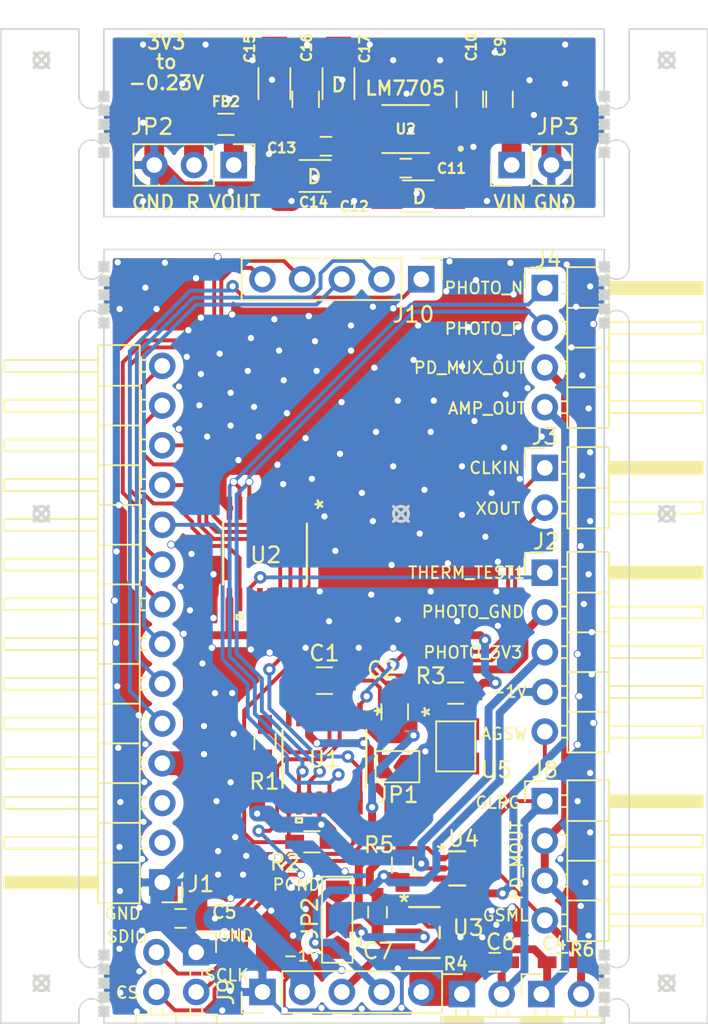
<source format=kicad_pcb>
(kicad_pcb (version 20171130) (host pcbnew "(5.1.6-0-10_14)")
  (layers (0 F.Cu signal hide) (31 B.Cu signal hide) (34 B.Paste user) (35 F.Paste user) (36 B.SilkS user) (37 F.SilkS user) (38 B.Mask user) (39 F.Mask user) (44 Edge.Cuts user))
  (net 0 "")
  (net 1 GND)
  (net 2 "Net-(C1-Pad1)")
  (net 3 "Net-(C2-Pad1)")
  (net 4 PD_MUX_OUT)
  (net 5 VCC_LOGIC)
  (net 6 /AMP_OUT)
  (net 7 THERM_WELL)
  (net 8 I2C_SDA)
  (net 9 I2C_SCL)
  (net 10 ADC_DRDY)
  (net 11 PD_REF_PWM)
  (net 12 PD_MUX_GPIO1)
  (net 13 PD_MUX_GPIO2)
  (net 14 PD_MUX_GPIO3)
  (net 15 PD_MUX_GPIO4)
  (net 16 PD_MUX_GPIO5)
  (net 17 THERM_TEST1)
  (net 18 /AMP_GAIN_SW)
  (net 19 DEMOD_SPI_CS)
  (net 20 DEMOD_SPI_SDIO)
  (net 21 DEMOD_SPI_SCLK)
  (net 22 "Net-(R1-Pad1)")
  (net 23 "Net-(R3-Pad1)")
  (net 24 PHOTO_GND)
  (net 25 /GAIN_SMALL)
  (net 26 /GAIN_LARGE)
  (net 27 -1V)
  (net 28 PHOTO_3V3)
  (net 29 XOUT)
  (net 30 CLKIN)
  (net 31 /PHOTO_OUT_P)
  (net 32 /PHOTO_OUT_N)
  (net 33 "Net-(JP1-Pad1)")
  (net 34 "Net-(JP2-Pad2)")
  (net 35 "Net-(C11-Pad2)")
  (net 36 "Net-(C11-Pad1)")
  (net 37 "Net-(C13-Pad2)")
  (net 38 "Net-(C15-Pad2)")
  (net 39 "Net-(FB2-Pad1)")
  (net 40 "Net-(C10-Pad2)")
  (module Ninja-qPCR:LM7705MMX-NOPB (layer F.Cu) (at 119.3 71.4 180)
    (fp_text reference U2 (at 0 0) (layer F.SilkS) (effects (font (size 0.64 0.64))))
    (fp_text value LM7705MMX_NOPB hide)
    (pad 1 smd rect (at -2.15 -0.975 180) (size 1.47 0.4) (layers F.Cu F.Paste F.Mask) (net 35 "Net-(C11-Pad2)"))
    (pad 2 smd rect (at -2.15 -0.325 180) (size 1.47 0.4) (layers F.Cu F.Paste F.Mask) (net 1 GND))
    (pad 3 smd rect (at -2.15 0.325 180) (size 1.47 0.4) (layers F.Cu F.Paste F.Mask) (net 1 GND))
    (pad 4 smd rect (at -2.15 0.975 180) (size 1.47 0.4) (layers F.Cu F.Paste F.Mask) (net 40 "Net-(C10-Pad2)"))
    (pad 5 smd rect (at 2.15 0.975 180) (size 1.47 0.4) (layers F.Cu F.Paste F.Mask) (net 1 GND))
    (pad 6 smd rect (at 2.15 0.325 180) (size 1.47 0.4) (layers F.Cu F.Paste F.Mask) (net 38 "Net-(C15-Pad2)"))
    (pad 7 smd rect (at 2.15 -0.325 180) (size 1.47 0.4) (layers F.Cu F.Paste F.Mask) (net 37 "Net-(C13-Pad2)"))
    (pad 8 smd rect (at 2.15 -0.975 180) (size 1.47 0.4) (layers F.Cu F.Paste F.Mask) (net 36 "Net-(C11-Pad1)"))
  )
  (module Capacitors_SMD:C_0805_HandSoldering (layer F.Cu) (at 125.3 69.5 270)
    (fp_text reference C9 (at -3.35 -0.05 90) (layer F.SilkS) (effects (font (size 0.635 0.635))))
    (fp_text value 10uF)
    (pad 1 smd rect (at -1.25 0 270) (size 1.5 1.25) (layers F.Cu F.Paste F.Mask) (net 1 GND))
    (pad 2 smd rect (at 1.25 0 270) (size 1.5 1.25) (layers F.Cu F.Paste F.Mask) (net 40 "Net-(C10-Pad2)"))
  )
  (module Capacitors_SMD:C_0805_HandSoldering (layer F.Cu) (at 123.4 69.5 270)
    (fp_text reference C10 (at -3.35 -0.1 90) (layer F.SilkS) (effects (font (size 0.635 0.635))))
    (fp_text value 10uF)
    (pad 2 smd rect (at 1.25 0 270) (size 1.5 1.25) (layers F.Cu F.Paste F.Mask) (net 40 "Net-(C10-Pad2)"))
    (pad 1 smd rect (at -1.25 0 270) (size 1.5 1.25) (layers F.Cu F.Paste F.Mask) (net 1 GND))
  )
  (module Capacitors_SMD:C_0603_HandSoldering (layer F.Cu) (at 119.3 73.9)
    (fp_text reference C11 (at 2.93 0.02) (layer F.SilkS) (effects (font (size 0.635 0.635))))
    (fp_text value 4.7uF)
    (pad 1 smd rect (at -0.95 0) (size 1.2 0.75) (layers F.Cu F.Paste F.Mask) (net 36 "Net-(C11-Pad1)"))
    (pad 2 smd rect (at 0.95 0) (size 1.2 0.75) (layers F.Cu F.Paste F.Mask) (net 35 "Net-(C11-Pad2)"))
  )
  (module Capacitors_SMD:C_1206_HandSoldering (layer F.Cu) (at 120.1 75.7)
    (fp_text reference C12 (at -4.09 0.65) (layer F.SilkS) (effects (font (size 0.635 0.635))))
    (fp_text value DNP)
    (pad 1 smd rect (at -2 0) (size 2 1.6) (layers F.Cu F.Paste F.Mask) (net 36 "Net-(C11-Pad1)"))
    (pad 2 smd rect (at 2 0) (size 2 1.6) (layers F.Cu F.Paste F.Mask) (net 35 "Net-(C11-Pad2)"))
  )
  (module Capacitors_SMD:C_0603_HandSoldering (layer F.Cu) (at 114.2 72.5)
    (fp_text reference C13 (at -2.83 0.11) (layer F.SilkS) (effects (font (size 0.635 0.635))))
    (fp_text value 4.7uF)
    (pad 2 smd rect (at 0.95 0) (size 1.2 0.75) (layers F.Cu F.Paste F.Mask) (net 37 "Net-(C13-Pad2)"))
    (pad 1 smd rect (at -0.95 0) (size 1.2 0.75) (layers F.Cu F.Paste F.Mask) (net 1 GND))
  )
  (module Capacitors_SMD:C_1206_HandSoldering (layer F.Cu) (at 113.5 74.4)
    (fp_text reference C14 (at -0.09 1.68) (layer F.SilkS) (effects (font (size 0.635 0.635))))
    (fp_text value DNP)
    (pad 2 smd rect (at 2 0) (size 2 1.6) (layers F.Cu F.Paste F.Mask) (net 37 "Net-(C13-Pad2)"))
    (pad 1 smd rect (at -2 0) (size 2 1.6) (layers F.Cu F.Paste F.Mask) (net 1 GND))
  )
  (module Capacitors_SMD:C_1206_HandSoldering (layer F.Cu) (at 110.9 68.5 270)
    (fp_text reference C15 (at -2.25 1.58 90) (layer F.SilkS) (effects (font (size 0.635 0.635))))
    (fp_text value 470nF)
    (pad 1 smd rect (at -2 0 270) (size 2 1.6) (layers F.Cu F.Paste F.Mask) (net 1 GND))
    (pad 2 smd rect (at 2 0 270) (size 2 1.6) (layers F.Cu F.Paste F.Mask) (net 38 "Net-(C15-Pad2)"))
  )
  (module Capacitors_SMD:C_0805_HandSoldering (layer F.Cu) (at 112.9 69.5 270)
    (fp_text reference C16 (at -3.31 -0.06 90) (layer F.SilkS) (effects (font (size 0.635 0.635))))
    (fp_text value 22uF)
    (pad 1 smd rect (at -1.25 0 270) (size 1.5 1.25) (layers F.Cu F.Paste F.Mask) (net 1 GND))
    (pad 2 smd rect (at 1.25 0 270) (size 1.5 1.25) (layers F.Cu F.Paste F.Mask) (net 38 "Net-(C15-Pad2)"))
  )
  (module Capacitors_SMD:C_1206_HandSoldering (layer F.Cu) (at 115 68.5 270)
    (fp_text reference C17 (at -2.22 -1.67 90) (layer F.SilkS) (effects (font (size 0.635 0.635))))
    (fp_text value DNP)
    (pad 2 smd rect (at 2 0 270) (size 2 1.6) (layers F.Cu F.Paste F.Mask) (net 38 "Net-(C15-Pad2)"))
    (pad 1 smd rect (at -2 0 270) (size 2 1.6) (layers F.Cu F.Paste F.Mask) (net 1 GND))
  )
  (module Resistors_SMD:R_0603_HandSoldering (layer F.Cu) (at 107.8 71.1)
    (fp_text reference FB2 (at 0 -1.45) (layer F.SilkS) (effects (font (size 0.635 0.635))))
    (fp_text value 120@100MHz)
    (pad 1 smd rect (at -1.1 0) (size 1.2 0.9) (layers F.Cu F.Paste F.Mask) (net 39 "Net-(FB2-Pad1)"))
    (pad 2 smd rect (at 1.1 0) (size 1.2 0.9) (layers F.Cu F.Paste F.Mask) (net 38 "Net-(C15-Pad2)"))
  )
  (module Pin_Headers:Pin_Header_Straight_1x03_Pitch2.54mm (layer F.Cu) (at 108.3 73.7 270)
    (fp_text reference JP2 (at -2.45 5.22 180) (layer F.SilkS))
    (fp_text value Conn_01x03_Male)
    (pad 3 thru_hole oval (at 0 5.08 270) (size 1.7 1.7) (drill 1) (layers *.Cu *.Mask) (net 1 GND))
    (pad 2 thru_hole oval (at 0 2.54 270) (size 1.7 1.7) (drill 1) (layers *.Cu *.Mask) (net 39 "Net-(FB2-Pad1)"))
    (pad 1 thru_hole rect (at 0 0 270) (size 1.7 1.7) (drill 1) (layers *.Cu *.Mask) (net 38 "Net-(C15-Pad2)"))
  )
  (module Pin_Headers:Pin_Header_Straight_1x02_Pitch2.54mm (layer F.Cu) (at 126.08 73.7 90)
    (fp_text reference JP3 (at 2.45 2.95 180) (layer F.SilkS))
    (fp_text value Conn_01x02_Male)
    (pad 1 thru_hole rect (at 0 0 90) (size 1.7 1.7) (drill 1) (layers *.Cu *.Mask) (net 40 "Net-(C10-Pad2)"))
    (pad 2 thru_hole oval (at 0 2.54 90) (size 1.7 1.7) (drill 1) (layers *.Cu *.Mask) (net 1 GND))
  )
  (module Ninja-qPCR:ADS1219IPWR (layer F.Cu) (at 110.3 98.56 270)
    (fp_text reference U2 (at 0.07 -0.05 180) (layer F.SilkS))
    (fp_text value ADS1219IPWR hide)
    (fp_text user * (at -3.175 -3.773601 90) (layer F.SilkS))
    (fp_text user * (at -3.175 -3.773601 90) (layer F.SilkS))
    (pad 16 smd rect (at 2.921 -2.274999 270) (size 1.4732 0.3556) (layers F.Cu F.Paste F.Mask) (net 9 I2C_SCL))
    (pad 15 smd rect (at 2.921 -1.624998 270) (size 1.4732 0.3556) (layers F.Cu F.Paste F.Mask) (net 8 I2C_SDA))
    (pad 14 smd rect (at 2.921 -0.974999 270) (size 1.4732 0.3556) (layers F.Cu F.Paste F.Mask) (net 10 ADC_DRDY))
    (pad 13 smd rect (at 2.921 -0.324998 270) (size 1.4732 0.3556) (layers F.Cu F.Paste F.Mask) (net 5 VCC_LOGIC))
    (pad 12 smd rect (at 2.921 0.325001 270) (size 1.4732 0.3556) (layers F.Cu F.Paste F.Mask) (net 5 VCC_LOGIC))
    (pad 11 smd rect (at 2.921 0.974999 270) (size 1.4732 0.3556) (layers F.Cu F.Paste F.Mask) (net 17 THERM_TEST1))
    (pad 10 smd rect (at 2.921 1.625001 270) (size 1.4732 0.3556) (layers F.Cu F.Paste F.Mask) (net 7 THERM_WELL))
    (pad 9 smd rect (at 2.921 2.274999 270) (size 1.4732 0.3556) (layers F.Cu F.Paste F.Mask) (net 5 VCC_LOGIC))
    (pad 8 smd rect (at -2.921 2.274999 270) (size 1.4732 0.3556) (layers F.Cu F.Paste F.Mask) (net 1 GND))
    (pad 7 smd rect (at -2.921 1.624998 270) (size 1.4732 0.3556) (layers F.Cu F.Paste F.Mask) (net 32 /PHOTO_OUT_N))
    (pad 6 smd rect (at -2.921 0.974999 270) (size 1.4732 0.3556) (layers F.Cu F.Paste F.Mask) (net 31 /PHOTO_OUT_P))
    (pad 5 smd rect (at -2.921 0.324998 270) (size 1.4732 0.3556) (layers F.Cu F.Paste F.Mask) (net 1 GND))
    (pad 4 smd rect (at -2.921 -0.325001 270) (size 1.4732 0.3556) (layers F.Cu F.Paste F.Mask) (net 1 GND))
    (pad 3 smd rect (at -2.921 -0.974999 270) (size 1.4732 0.3556) (layers F.Cu F.Paste F.Mask) (net 5 VCC_LOGIC))
    (pad 2 smd rect (at -2.921 -1.625001 270) (size 1.4732 0.3556) (layers F.Cu F.Paste F.Mask) (net 1 GND))
    (pad 1 smd rect (at -2.921 -2.274999 270) (size 1.4732 0.3556) (layers F.Cu F.Paste F.Mask) (net 1 GND))
  )
  (module Capacitors_SMD:C_0805_HandSoldering (layer F.Cu) (at 114.1 106.66)
    (fp_text reference C1 (at 0 -1.75) (layer F.SilkS))
    (fp_text value 1uF)
    (pad 2 smd rect (at 1.25 0) (size 1.5 1.25) (layers F.Cu F.Paste F.Mask) (net 24 PHOTO_GND))
    (pad 1 smd rect (at -1.25 0) (size 1.5 1.25) (layers F.Cu F.Paste F.Mask) (net 2 "Net-(C1-Pad1)"))
  )
  (module Capacitors_SMD:C_0603_HandSoldering (layer F.Cu) (at 129.3 124.66 180)
    (fp_text reference C4 (at 0.5 1.2) (layer F.SilkS) (effects (font (size 0.8 0.8))))
    (fp_text value 22pF)
    (pad 1 smd rect (at -0.95 0 180) (size 1.2 0.75) (layers F.Cu F.Paste F.Mask) (net 25 /GAIN_SMALL))
    (pad 2 smd rect (at 0.95 0 180) (size 1.2 0.75) (layers F.Cu F.Paste F.Mask) (net 4 PD_MUX_OUT))
  )
  (module Capacitors_SMD:C_0603_HandSoldering (layer F.Cu) (at 104.9 121.86 180)
    (fp_text reference C5 (at -2.8 0.4) (layer F.SilkS) (effects (font (size 0.8 0.8))))
    (fp_text value 0.1uF)
    (pad 2 smd rect (at 0.95 0 180) (size 1.2 0.75) (layers F.Cu F.Paste F.Mask) (net 1 GND))
    (pad 1 smd rect (at -0.95 0 180) (size 1.2 0.75) (layers F.Cu F.Paste F.Mask) (net 5 VCC_LOGIC))
  )
  (module Capacitors_SMD:C_0603_HandSoldering (layer F.Cu) (at 125 124.66 180)
    (fp_text reference C6 (at -0.4 1.3) (layer F.SilkS))
    (fp_text value 22pF)
    (pad 1 smd rect (at -0.95 0 180) (size 1.2 0.75) (layers F.Cu F.Paste F.Mask) (net 26 /GAIN_LARGE))
    (pad 2 smd rect (at 0.95 0 180) (size 1.2 0.75) (layers F.Cu F.Paste F.Mask) (net 4 PD_MUX_OUT))
  )
  (module Capacitors_SMD:C_0603_HandSoldering (layer F.Cu) (at 117.5 121.46 90)
    (fp_text reference C7 (at -2.49 0.03 180) (layer F.SilkS))
    (fp_text value 0.1uF)
    (pad 2 smd rect (at 0.95 0 90) (size 1.2 0.75) (layers F.Cu F.Paste F.Mask) (net 6 /AMP_OUT))
    (pad 1 smd rect (at -0.95 0 90) (size 1.2 0.75) (layers F.Cu F.Paste F.Mask) (net 24 PHOTO_GND))
  )
  (module Resistors_SMD:R_0603_HandSoldering (layer F.Cu) (at 110.3 110.56 270)
    (fp_text reference R1 (at 2.55 0.03 180) (layer F.SilkS))
    (fp_text value 10K)
    (pad 2 smd rect (at 1.1 0 270) (size 1.2 0.9) (layers F.Cu F.Paste F.Mask) (net 28 PHOTO_3V3))
    (pad 1 smd rect (at -1.1 0 270) (size 1.2 0.9) (layers F.Cu F.Paste F.Mask) (net 22 "Net-(R1-Pad1)"))
  )
  (module Resistors_SMD:R_0603_HandSoldering (layer F.Cu) (at 113.3 116.96)
    (fp_text reference R2 (at -1.72 1.32) (layer F.SilkS))
    (fp_text value 10K)
    (pad 1 smd rect (at -1.1 0) (size 1.2 0.9) (layers F.Cu F.Paste F.Mask) (net 3 "Net-(C2-Pad1)"))
    (pad 2 smd rect (at 1.1 0) (size 1.2 0.9) (layers F.Cu F.Paste F.Mask) (net 28 PHOTO_3V3))
  )
  (module Resistors_SMD:R_0603_HandSoldering (layer F.Cu) (at 122.5 107.46)
    (fp_text reference R3 (at -1.6 -1.1) (layer F.SilkS))
    (fp_text value 10K)
    (pad 2 smd rect (at 1.1 0) (size 1.2 0.9) (layers F.Cu F.Paste F.Mask) (net 5 VCC_LOGIC))
    (pad 1 smd rect (at -1.1 0) (size 1.2 0.9) (layers F.Cu F.Paste F.Mask) (net 23 "Net-(R3-Pad1)"))
  )
  (module Ninja-qPCR:ADA2200ARUZ (layer F.Cu) (at 114.1 111.66 270)
    (fp_text reference U1 (at 0.02 0 180) (layer F.SilkS))
    (fp_text value ADA2200ARUZ hide)
    (fp_text user * (at -3.0734 -3.773601 90) (layer F.SilkS))
    (fp_text user * (at -3.0734 -3.773601 90) (layer F.SilkS))
    (pad 16 smd rect (at 2.8194 -2.274999 270) (size 1.4732 0.3556) (layers F.Cu F.Paste F.Mask) (net 29 XOUT))
    (pad 15 smd rect (at 2.8194 -1.624998 270) (size 1.4732 0.3556) (layers F.Cu F.Paste F.Mask) (net 21 DEMOD_SPI_SCLK))
    (pad 14 smd rect (at 2.8194 -0.974999 270) (size 1.4732 0.3556) (layers F.Cu F.Paste F.Mask) (net 20 DEMOD_SPI_SDIO))
    (pad 13 smd rect (at 2.8194 -0.324998 270) (size 1.4732 0.3556) (layers F.Cu F.Paste F.Mask) (net 11 PD_REF_PWM))
    (pad 12 smd rect (at 2.8194 0.325001 270) (size 1.4732 0.3556) (layers F.Cu F.Paste F.Mask) (net 28 PHOTO_3V3))
    (pad 11 smd rect (at 2.8194 0.974999 270) (size 1.4732 0.3556) (layers F.Cu F.Paste F.Mask) (net 31 /PHOTO_OUT_P))
    (pad 10 smd rect (at 2.8194 1.625001 270) (size 1.4732 0.3556) (layers F.Cu F.Paste F.Mask) (net 32 /PHOTO_OUT_N))
    (pad 9 smd rect (at 2.8194 2.274999 270) (size 1.4732 0.3556) (layers F.Cu F.Paste F.Mask) (net 3 "Net-(C2-Pad1)"))
    (pad 8 smd rect (at -2.8194 2.274999 270) (size 1.4732 0.3556) (layers F.Cu F.Paste F.Mask) (net 2 "Net-(C1-Pad1)"))
    (pad 7 smd rect (at -2.8194 1.624998 270) (size 1.4732 0.3556) (layers F.Cu F.Paste F.Mask) (net 24 PHOTO_GND))
    (pad 6 smd rect (at -2.8194 0.974999 270) (size 1.4732 0.3556) (layers F.Cu F.Paste F.Mask) (net 6 /AMP_OUT))
    (pad 5 smd rect (at -2.8194 0.324998 270) (size 1.4732 0.3556) (layers F.Cu F.Paste F.Mask) (net 24 PHOTO_GND))
    (pad 4 smd rect (at -2.8194 -0.325001 270) (size 1.4732 0.3556) (layers F.Cu F.Paste F.Mask) (net 22 "Net-(R1-Pad1)"))
    (pad 3 smd rect (at -2.8194 -0.974999 270) (size 1.4732 0.3556) (layers F.Cu F.Paste F.Mask) (net 19 DEMOD_SPI_CS))
    (pad 2 smd rect (at -2.8194 -1.625001 270) (size 1.4732 0.3556) (layers F.Cu F.Paste F.Mask))
    (pad 1 smd rect (at -2.8194 -2.274999 270) (size 1.4732 0.3556) (layers F.Cu F.Paste F.Mask) (net 30 CLKIN))
  )
  (module Pin_Headers:Pin_Header_Angled_1x14_Pitch2.54mm (layer F.Cu) (at 103.73 119.56 180)
    (fp_text reference J1 (at -2.47 -0.1) (layer F.SilkS))
    (fp_text value Conn_01x14_Male)
    (pad 14 thru_hole oval (at 0 33.02 180) (size 1.7 1.7) (drill 1) (layers *.Cu *.Mask) (net 7 THERM_WELL))
    (pad 13 thru_hole oval (at 0 30.48 180) (size 1.7 1.7) (drill 1) (layers *.Cu *.Mask) (net 8 I2C_SDA))
    (pad 12 thru_hole oval (at 0 27.94 180) (size 1.7 1.7) (drill 1) (layers *.Cu *.Mask) (net 9 I2C_SCL))
    (pad 11 thru_hole oval (at 0 25.4 180) (size 1.7 1.7) (drill 1) (layers *.Cu *.Mask) (net 10 ADC_DRDY))
    (pad 10 thru_hole oval (at 0 22.86 180) (size 1.7 1.7) (drill 1) (layers *.Cu *.Mask) (net 11 PD_REF_PWM))
    (pad 9 thru_hole oval (at 0 20.32 180) (size 1.7 1.7) (drill 1) (layers *.Cu *.Mask) (net 12 PD_MUX_GPIO1))
    (pad 8 thru_hole oval (at 0 17.78 180) (size 1.7 1.7) (drill 1) (layers *.Cu *.Mask) (net 13 PD_MUX_GPIO2))
    (pad 7 thru_hole oval (at 0 15.24 180) (size 1.7 1.7) (drill 1) (layers *.Cu *.Mask) (net 14 PD_MUX_GPIO3))
    (pad 6 thru_hole oval (at 0 12.7 180) (size 1.7 1.7) (drill 1) (layers *.Cu *.Mask) (net 15 PD_MUX_GPIO4))
    (pad 5 thru_hole oval (at 0 10.16 180) (size 1.7 1.7) (drill 1) (layers *.Cu *.Mask) (net 16 PD_MUX_GPIO5))
    (pad 4 thru_hole oval (at 0 7.62 180) (size 1.7 1.7) (drill 1) (layers *.Cu *.Mask) (net 5 VCC_LOGIC))
    (pad 3 thru_hole oval (at 0 5.08 180) (size 1.7 1.7) (drill 1) (layers *.Cu *.Mask))
    (pad 2 thru_hole oval (at 0 2.54 180) (size 1.7 1.7) (drill 1) (layers *.Cu *.Mask))
    (pad 1 thru_hole rect (at 0 0 180) (size 1.7 1.7) (drill 1) (layers *.Cu *.Mask) (net 1 GND))
  )
  (module Socket_Strips:Socket_Strip_Angled_1x02_Pitch2.54mm (layer F.Cu) (at 127.98 126.69 90)
    (fp_text reference R6 (at 2.82 2.61 180) (layer F.SilkS) (effects (font (size 0.8 0.8))))
    (fp_text value R)
    (pad 1 thru_hole rect (at 0 0 90) (size 1.7 1.7) (drill 1) (layers *.Cu *.Mask) (net 4 PD_MUX_OUT))
    (pad 2 thru_hole oval (at 0 2.54 90) (size 1.7 1.7) (drill 1) (layers *.Cu *.Mask) (net 25 /GAIN_SMALL))
  )
  (module Pin_Headers:Pin_Header_Angled_2x02_Pitch2.54mm (layer F.Cu) (at 105.9 124.02 270)
    (fp_text reference JSPI1 hide)
    (fp_text value Conn_01x04_Male)
    (pad 4 thru_hole oval (at 2.54 2.54 270) (size 1.7 1.7) (drill 1) (layers *.Cu *.Mask) (net 19 DEMOD_SPI_CS))
    (pad 3 thru_hole oval (at 0 2.54 270) (size 1.7 1.7) (drill 1) (layers *.Cu *.Mask) (net 20 DEMOD_SPI_SDIO))
    (pad 2 thru_hole oval (at 2.54 0 270) (size 1.7 1.7) (drill 1) (layers *.Cu *.Mask) (net 21 DEMOD_SPI_SCLK))
    (pad 1 thru_hole rect (at 0 0 270) (size 1.7 1.7) (drill 1) (layers *.Cu *.Mask) (net 1 GND))
  )
  (module Capacitors_SMD:C_0805_HandSoldering (layer F.Cu) (at 118.6 108.66 270)
    (fp_text reference C2 (at -2.7 0.8 180) (layer F.SilkS))
    (fp_text value 10uF)
    (pad 2 smd rect (at 1.25 0 270) (size 1.5 1.25) (layers F.Cu F.Paste F.Mask) (net 24 PHOTO_GND))
    (pad 1 smd rect (at -1.25 0 270) (size 1.5 1.25) (layers F.Cu F.Paste F.Mask) (net 3 "Net-(C2-Pad1)"))
  )
  (module Pin_Headers:Pin_Header_Angled_1x05_Pitch2.54mm (layer F.Cu) (at 128.2 99.76)
    (fp_text reference J2 (at 0.1 -2) (layer F.SilkS))
    (fp_text value Conn_01x05_Male)
    (pad 5 thru_hole oval (at 0 10.16) (size 1.7 1.7) (drill 1) (layers *.Cu *.Mask) (net 18 /AMP_GAIN_SW))
    (pad 4 thru_hole oval (at 0 7.62) (size 1.7 1.7) (drill 1) (layers *.Cu *.Mask) (net 27 -1V))
    (pad 3 thru_hole oval (at 0 5.08) (size 1.7 1.7) (drill 1) (layers *.Cu *.Mask) (net 28 PHOTO_3V3))
    (pad 2 thru_hole oval (at 0 2.54) (size 1.7 1.7) (drill 1) (layers *.Cu *.Mask) (net 24 PHOTO_GND))
    (pad 1 thru_hole rect (at 0 0) (size 1.7 1.7) (drill 1) (layers *.Cu *.Mask) (net 17 THERM_TEST1))
  )
  (module Pin_Headers:Pin_Header_Angled_1x02_Pitch2.54mm (layer F.Cu) (at 128.2 93.06)
    (fp_text reference J3 (at 0 -2) (layer F.SilkS))
    (fp_text value Conn_01x02_Male)
    (pad 2 thru_hole oval (at 0 2.54) (size 1.7 1.7) (drill 1) (layers *.Cu *.Mask) (net 29 XOUT))
    (pad 1 thru_hole rect (at 0 0) (size 1.7 1.7) (drill 1) (layers *.Cu *.Mask) (net 30 CLKIN))
  )
  (module Pin_Headers:Pin_Header_Angled_1x04_Pitch2.54mm (layer F.Cu) (at 128.2 114.36)
    (fp_text reference J8 (at 0 -2) (layer F.SilkS))
    (fp_text value Conn_01x04_Male)
    (pad 4 thru_hole oval (at 0 7.62) (size 1.7 1.7) (drill 1) (layers *.Cu *.Mask) (net 25 /GAIN_SMALL))
    (pad 3 thru_hole oval (at 0 5.08) (size 1.7 1.7) (drill 1) (layers *.Cu *.Mask) (net 4 PD_MUX_OUT))
    (pad 2 thru_hole oval (at 0 2.54) (size 1.7 1.7) (drill 1) (layers *.Cu *.Mask) (net 4 PD_MUX_OUT))
    (pad 1 thru_hole rect (at 0 0) (size 1.7 1.7) (drill 1) (layers *.Cu *.Mask) (net 26 /GAIN_LARGE))
  )
  (module Pin_Headers:Pin_Header_Straight_1x05_Pitch2.54mm (layer F.Cu) (at 110.138 126.56 90)
    (fp_text reference J9 (at 0 -2.33 90) (layer F.SilkS))
    (fp_text value Conn_01x05_Female)
    (pad 5 thru_hole oval (at 0 10.16 90) (size 1.7 1.7) (drill 1) (layers *.Cu *.Mask) (net 4 PD_MUX_OUT))
    (pad 4 thru_hole oval (at 0 7.62 90) (size 1.7 1.7) (drill 1) (layers *.Cu *.Mask) (net 27 -1V))
    (pad 3 thru_hole oval (at 0 5.08 90) (size 1.7 1.7) (drill 1) (layers *.Cu *.Mask) (net 24 PHOTO_GND))
    (pad 2 thru_hole oval (at 0 2.54 90) (size 1.7 1.7) (drill 1) (layers *.Cu *.Mask) (net 5 VCC_LOGIC))
    (pad 1 thru_hole rect (at 0 0 90) (size 1.7 1.7) (drill 1) (layers *.Cu *.Mask) (net 1 GND))
  )
  (module Pin_Headers:Pin_Header_Straight_1x05_Pitch2.54mm (layer F.Cu) (at 120.298 81 270)
    (fp_text reference J10 (at 2.26 0.498 180) (layer F.SilkS))
    (fp_text value Conn_01x05_Female)
    (pad 1 thru_hole rect (at 0 0 270) (size 1.7 1.7) (drill 1) (layers *.Cu *.Mask) (net 16 PD_MUX_GPIO5))
    (pad 2 thru_hole oval (at 0 2.54 270) (size 1.7 1.7) (drill 1) (layers *.Cu *.Mask) (net 15 PD_MUX_GPIO4))
    (pad 3 thru_hole oval (at 0 5.08 270) (size 1.7 1.7) (drill 1) (layers *.Cu *.Mask) (net 14 PD_MUX_GPIO3))
    (pad 4 thru_hole oval (at 0 7.62 270) (size 1.7 1.7) (drill 1) (layers *.Cu *.Mask) (net 13 PD_MUX_GPIO2))
    (pad 5 thru_hole oval (at 0 10.16 270) (size 1.7 1.7) (drill 1) (layers *.Cu *.Mask) (net 12 PD_MUX_GPIO1))
  )
  (module Socket_Strips:Socket_Strip_Angled_1x02_Pitch2.54mm (layer F.Cu) (at 122.9 126.69 90)
    (fp_text reference R4 (at 1.93 -0.4 180) (layer F.SilkS) (effects (font (size 0.8 0.8))))
    (fp_text value R)
    (pad 1 thru_hole rect (at 0 0 90) (size 1.7 1.7) (drill 1) (layers *.Cu *.Mask) (net 4 PD_MUX_OUT))
    (pad 2 thru_hole oval (at 0 2.54 90) (size 1.7 1.7) (drill 1) (layers *.Cu *.Mask) (net 26 /GAIN_LARGE))
  )
  (module Ninja-qPCR:AD8605ARTZ-R2 (layer F.Cu) (at 120.5 122.76)
    (fp_text reference U3 (at 2.8 -0.3) (layer F.SilkS))
    (fp_text value AD8605ARTZ-R2 hide)
    (fp_text user * (at -1.3 -1.9) (layer F.SilkS))
    (fp_text user * (at -1.3 -1.9) (layer F.SilkS))
    (pad 5 smd rect (at 1.2192 -0.950001) (size 1.27 0.508) (layers F.Cu F.Paste F.Mask) (net 28 PHOTO_3V3))
    (pad 4 smd rect (at 1.2192 0.950001) (size 1.27 0.508) (layers F.Cu F.Paste F.Mask) (net 4 PD_MUX_OUT))
    (pad 3 smd rect (at -1.2192 0.950001) (size 1.27 0.508) (layers F.Cu F.Paste F.Mask) (net 24 PHOTO_GND))
    (pad 2 smd rect (at -1.2192 0) (size 1.27 0.508) (layers F.Cu F.Paste F.Mask) (net 34 "Net-(JP2-Pad2)"))
    (pad 1 smd rect (at -1.2192 -0.950001) (size 1.27 0.508) (layers F.Cu F.Paste F.Mask) (net 6 /AMP_OUT))
  )
  (module Ninja-qPCR:TS5A9411DCKR (layer F.Cu) (at 122.6 118.66)
    (fp_text reference U4 (at 0.4 -1.9) (layer F.SilkS))
    (fp_text value TS5A9411DCKR hide)
    (fp_text user * (at -1 -1) (layer F.SilkS))
    (pad 1 smd rect (at -1.124999 -0.650001 90) (size 0.399999 0.850001) (layers F.Cu F.Paste F.Mask) (net 18 /AMP_GAIN_SW))
    (pad 2 smd rect (at -1.124999 0 90) (size 0.399999 0.850001) (layers F.Cu F.Paste F.Mask) (net 28 PHOTO_3V3))
    (pad 3 smd rect (at -1.124999 0.649999 90) (size 0.399999 0.850001) (layers F.Cu F.Paste F.Mask) (net 27 -1V))
    (pad 4 smd rect (at 1.125002 0.649999 90) (size 0.399999 0.850001) (layers F.Cu F.Paste F.Mask) (net 26 /GAIN_LARGE))
    (pad 5 smd rect (at 1.125002 0 90) (size 0.399999 0.850001) (layers F.Cu F.Paste F.Mask) (net 6 /AMP_OUT))
    (pad 6 smd rect (at 1.125002 -0.650001 90) (size 0.399999 0.850001) (layers F.Cu F.Paste F.Mask) (net 25 /GAIN_SMALL))
  )
  (module Ninja-qPCR:COM1305-0.032768-EXT-T-TR (layer F.Cu) (at 122.5 110.86 270)
    (fp_text reference U5 (at 1.5 -2.6 180) (layer F.SilkS))
    (fp_text value COM1305-0.032768-EXT-T-TR)
    (fp_text user * (at -2.2 1.6 90) (layer F.SilkS))
    (pad 1 smd rect (at -1.1 0.8 270) (size 1.4 1.4) (layers F.Cu F.Paste F.Mask) (net 23 "Net-(R3-Pad1)"))
    (pad 2 smd rect (at 1.1 0.8 270) (size 1.4 1.4) (layers F.Cu F.Paste F.Mask) (net 1 GND))
    (pad 3 smd rect (at 1.1 -0.8 270) (size 1.4 1.4) (layers F.Cu F.Paste F.Mask) (net 33 "Net-(JP1-Pad1)"))
    (pad 4 smd rect (at -1.1 -0.8 270) (size 1.4 1.4) (layers F.Cu F.Paste F.Mask) (net 5 VCC_LOGIC))
  )
  (module Jumper:SolderJumper-2_P1.3mm_Open_TrianglePad1.0x1.5mm (layer F.Cu) (at 118.775 112.16 180)
    (fp_text reference JP1 (at 0 -1.8) (layer F.SilkS))
    (fp_text value Jumper)
    (pad 2 smd custom (at 0.725 0 180) (size 0.3 0.3) (layers F.Cu F.Mask) (net 30 CLKIN) (options (clearance outline) (anchor rect)) (primitives (gr_poly (pts (xy -0.65 -0.75) (xy 0.5 -0.75) (xy 0.5 0.75) (xy -0.65 0.75) (xy -0.15 0)) (width 0))))
    (pad 1 smd custom (at -0.725 0 180) (size 0.3 0.3) (layers F.Cu F.Mask) (net 33 "Net-(JP1-Pad1)") (options (clearance outline) (anchor rect)) (primitives (gr_poly (pts (xy -0.5 -0.75) (xy 0.5 -0.75) (xy 1 0) (xy 0.5 0.75) (xy -0.5 0.75)) (width 0))))
  )
  (module Resistors_SMD:R_0603_HandSoldering (layer F.Cu) (at 119.1 118.46 270)
    (fp_text reference R5 (at -1.3 1.5 180) (layer F.SilkS))
    (fp_text value 10K)
    (pad 2 smd rect (at 1.1 0 270) (size 1.2 0.9) (layers F.Cu F.Paste F.Mask) (net 27 -1V))
    (pad 1 smd rect (at -1.1 0 270) (size 1.2 0.9) (layers F.Cu F.Paste F.Mask) (net 18 /AMP_GAIN_SW))
  )
  (module Pin_Headers:Pin_Header_Angled_1x04_Pitch2.54mm (layer F.Cu) (at 128.2 81.56)
    (fp_text reference J4 (at 0.2 -1.8) (layer F.SilkS))
    (fp_text value Conn_01x04_Male)
    (pad 4 thru_hole oval (at 0 7.62) (size 1.7 1.7) (drill 1) (layers *.Cu *.Mask) (net 6 /AMP_OUT))
    (pad 3 thru_hole oval (at 0 5.08) (size 1.7 1.7) (drill 1) (layers *.Cu *.Mask) (net 4 PD_MUX_OUT))
    (pad 2 thru_hole oval (at 0 2.54) (size 1.7 1.7) (drill 1) (layers *.Cu *.Mask) (net 31 /PHOTO_OUT_P))
    (pad 1 thru_hole rect (at 0 0) (size 1.7 1.7) (drill 1) (layers *.Cu *.Mask) (net 32 /PHOTO_OUT_N))
  )
  (module Jumper:SolderJumper-3_P2.0mm_Open_TrianglePad1.0x1.5mm (layer F.Cu) (at 114.95 121.94 90)
    (fp_text reference JP2 (at 0.09 -1.775 90) (layer F.SilkS))
    (fp_text value SolderJumper_3_Open)
    (pad 1 smd custom (at -2 0 90) (size 0.3 0.3) (layers F.Cu F.Mask) (net 27 -1V) (options (clearance outline) (anchor rect)) (primitives (gr_poly (pts (xy -0.5 -0.75) (xy 0.5 -0.75) (xy 1 0) (xy 0.5 0.75) (xy -0.5 0.75)) (width 0))))
    (pad 2 smd custom (at 0 0 90) (size 0.3 0.3) (layers F.Cu) (net 34 "Net-(JP2-Pad2)") (options (clearance outline) (anchor rect)) (primitives (gr_poly (pts (xy -1.2 -0.75) (xy 1.2 -0.75) (xy 0.7 0) (xy 1.2 0.75) (xy -1.2 0.75) (xy -0.7 0)) (width 0))))
    (pad 3 smd custom (at 2 0 270) (size 0.3 0.3) (layers F.Cu F.Mask) (net 24 PHOTO_GND) (options (clearance outline) (anchor rect)) (primitives (gr_poly (pts (xy -0.5 -0.75) (xy 0.5 -0.75) (xy 1 0) (xy 0.5 0.75) (xy -0.5 0.75)) (width 0))))
  )
  (gr_text D (at 113.45 74.45) (layer F.SilkS) (effects (font (size 0.889 0.889) (thickness 0.15875))))
  (gr_text D (at 115 68.58) (layer F.SilkS) (effects (font (size 0.889 0.889) (thickness 0.15875))))
  (gr_text D (at 120.17 75.73) (layer F.SilkS) (effects (font (size 0.889 0.889) (thickness 0.15875))))
  (target x (at 119 96) (size 0.95) (layer Edge.Cuts))
  (target x (at 136 96) (size 0.95) (layer Edge.Cuts))
  (target x (at 136 126) (size 0.95) (layer Edge.Cuts))
  (target x (at 136 67) (size 0.95) (layer Edge.Cuts))
  (target x (at 96 96) (size 0.95) (layer Edge.Cuts))
  (target x (at 96 126) (size 0.95) (layer Edge.Cuts))
  (gr_line (start 132 128.56) (end 100 128.56) (layer Edge.Cuts) (width 0.1))
  (gr_line (start 138.6 128.56) (end 133.6 128.56) (layer Edge.Cuts) (width 0.1))
  (gr_line (start 98.4 127.8) (end 98.4 128.56) (layer Edge.Cuts) (width 0.1))
  (gr_line (start 100 127.8) (end 100 128.56) (layer Edge.Cuts) (width 0.1))
  (gr_line (start 132 127.8) (end 132 128.56) (layer Edge.Cuts) (width 0.1))
  (gr_line (start 133.6 127.8) (end 133.6 128.56) (layer Edge.Cuts) (width 0.1))
  (gr_line (start 132 124.2) (end 132 83.8) (layer Edge.Cuts) (width 0.1))
  (gr_line (start 133.6 83.8) (end 133.6 124.2) (layer Edge.Cuts) (width 0.1))
  (gr_line (start 100 124.2) (end 100 83.8) (layer Edge.Cuts) (width 0.1))
  (gr_line (start 98.4 83.8) (end 98.4 124.2) (layer Edge.Cuts) (width 0.1))
  (gr_line (start 93.4 128.56) (end 98.4 128.56) (layer Edge.Cuts) (width 0.1))
  (gr_line (start 98.4 65) (end 93.4 65) (layer Edge.Cuts) (width 0.1))
  (gr_line (start 98.4 69.3) (end 98.4 65) (layer Edge.Cuts) (width 0.1))
  (gr_line (start 132 79.1) (end 132 80.2) (layer Edge.Cuts) (width 0.1))
  (gr_line (start 100 79.1) (end 132 79.1) (layer Edge.Cuts) (width 0.1))
  (gr_line (start 100 80.2) (end 100 79.1) (layer Edge.Cuts) (width 0.1))
  (gr_line (start 98.4 72.9) (end 98.4 80.2) (layer Edge.Cuts) (width 0.1))
  (gr_line (start 100 77) (end 100 72.9) (layer Edge.Cuts) (width 0.1))
  (gr_line (start 132 77) (end 100 77) (layer Edge.Cuts) (width 0.1))
  (gr_line (start 132 72.9) (end 132 77) (layer Edge.Cuts) (width 0.1))
  (gr_line (start 133.6 80.2) (end 133.6 72.9) (layer Edge.Cuts) (width 0.1))
  (gr_line (start 133.6 65) (end 138.6 65) (layer Edge.Cuts) (width 0.1))
  (gr_line (start 133.6 69.3) (end 133.6 65) (layer Edge.Cuts) (width 0.1))
  (gr_line (start 132 65) (end 132 69.3) (layer Edge.Cuts) (width 0.1))
  (gr_line (start 100 65) (end 132 65) (layer Edge.Cuts) (width 0.1))
  (gr_line (start 100 69.3) (end 100 65) (layer Edge.Cuts) (width 0.1))
  (gr_arc (start 132.8 72.9) (end 133.6 72.9) (angle -180) (layer Edge.Cuts) (width 0.1))
  (target x (at 132 70.2) (size 0.55) (layer Edge.Cuts))
  (target x (at 132 72.9) (size 0.55) (layer Edge.Cuts))
  (target x (at 132 69.3) (size 0.55) (layer Edge.Cuts))
  (target x (at 132 72) (size 0.55) (layer Edge.Cuts))
  (target x (at 132 71.1) (size 0.55) (layer Edge.Cuts))
  (gr_arc (start 132.8 69.3) (end 132 69.3) (angle -180) (layer Edge.Cuts) (width 0.1))
  (target x (at 132 83.8) (size 0.55) (layer Edge.Cuts))
  (gr_arc (start 132.8 83.8) (end 133.6 83.8) (angle -180) (layer Edge.Cuts) (width 0.1))
  (gr_arc (start 132.8 80.2) (end 132 80.2) (angle -180) (layer Edge.Cuts) (width 0.1))
  (target x (at 132 82) (size 0.55) (layer Edge.Cuts))
  (target x (at 132 81.1) (size 0.55) (layer Edge.Cuts))
  (target x (at 132 82.9) (size 0.55) (layer Edge.Cuts))
  (target x (at 132 80.2) (size 0.55) (layer Edge.Cuts))
  (target x (at 132 127.8) (size 0.55) (layer Edge.Cuts))
  (gr_arc (start 132.8 127.8) (end 133.6 127.8) (angle -180) (layer Edge.Cuts) (width 0.1))
  (target x (at 132 126.9) (size 0.55) (layer Edge.Cuts))
  (target x (at 132 126) (size 0.55) (layer Edge.Cuts))
  (target x (at 132 124.2) (size 0.55) (layer Edge.Cuts))
  (target x (at 132 125.1) (size 0.55) (layer Edge.Cuts))
  (gr_arc (start 132.8 124.2) (end 132 124.2) (angle -180) (layer Edge.Cuts) (width 0.1))
  (gr_arc (start 99.2 124.2) (end 98.4 124.2) (angle -180) (layer Edge.Cuts) (width 0.1))
  (target x (at 100 124.2) (size 0.55) (layer Edge.Cuts))
  (target x (at 100 127.8) (size 0.55) (layer Edge.Cuts))
  (gr_arc (start 99.2 127.8) (end 100 127.8) (angle -180) (layer Edge.Cuts) (width 0.1))
  (target x (at 100 125.1) (size 0.55) (layer Edge.Cuts))
  (target x (at 100 126.9) (size 0.55) (layer Edge.Cuts))
  (target x (at 100 126) (size 0.55) (layer Edge.Cuts))
  (gr_arc (start 99.2 80.2) (end 98.4 80.2) (angle -180) (layer Edge.Cuts) (width 0.1))
  (target x (at 100 81.1) (size 0.55) (layer Edge.Cuts))
  (target x (at 100 82.9) (size 0.55) (layer Edge.Cuts))
  (target x (at 100 83.8) (size 0.55) (layer Edge.Cuts))
  (target x (at 100 80.2) (size 0.55) (layer Edge.Cuts))
  (gr_arc (start 99.2 83.8) (end 100 83.8) (angle -180) (layer Edge.Cuts) (width 0.1))
  (target x (at 100 82) (size 0.55) (layer Edge.Cuts))
  (gr_arc (start 99.2 72.9) (end 100 72.9) (angle -180) (layer Edge.Cuts) (width 0.1))
  (gr_arc (start 99.2 69.3) (end 98.4 69.3) (angle -180) (layer Edge.Cuts) (width 0.1))
  (target x (at 100 69.3) (size 0.55) (layer Edge.Cuts))
  (target x (at 100 72.9) (size 0.55) (layer Edge.Cuts))
  (target x (at 100 72) (size 0.55) (layer Edge.Cuts))
  (target x (at 100 70.2) (size 0.55) (layer Edge.Cuts))
  (target x (at 100 71.1) (size 0.55) (layer Edge.Cuts))
  (gr_line (start 138.6 128.56) (end 138.6 65) (layer Edge.Cuts) (width 0.1))
  (gr_line (start 93.4 65) (end 93.4 128.56) (layer Edge.Cuts) (width 0.1))
  (target x (at 96 67) (size 0.95) (layer Edge.Cuts))
  (gr_text -0.23V (at 103.99 68.45) (layer F.SilkS) (effects (font (size 0.889 0.889) (thickness 0.15875))))
  (gr_text to (at 103.99 67.1) (layer F.SilkS) (effects (font (size 0.889 0.889) (thickness 0.15875))))
  (gr_text 3V3 (at 103.99 65.86) (layer F.SilkS) (effects (font (size 0.889 0.889) (thickness 0.15875))))
  (gr_text LM7705 (at 119.28 68.79) (layer F.SilkS) (effects (font (size 0.889 0.889) (thickness 0.15875))))
  (gr_text VOUT (at 108.36 76.1) (layer F.SilkS) (effects (font (size 0.889 0.889) (thickness 0.15875))))
  (gr_text R (at 105.7 76.1) (layer F.SilkS) (effects (font (size 0.889 0.889) (thickness 0.15875))))
  (gr_text GND (at 103.14 76.1) (layer F.SilkS) (effects (font (size 0.889 0.889) (thickness 0.15875))))
  (gr_text VIN (at 125.98 76.1) (layer F.SilkS) (effects (font (size 0.889 0.889) (thickness 0.15875))))
  (gr_text GND (at 128.84 76.1) (layer F.SilkS) (effects (font (size 0.889 0.889) (thickness 0.15875))))
  (gr_text PGND (at 112.31 119.7) (layer F.SilkS) (effects (font (size 0.75 0.75) (thickness 0.125))))
  (gr_text -1V (at 112.61 124.23) (layer F.SilkS) (effects (font (size 0.75 0.75) (thickness 0.125))))
  (gr_text GSML (at 125.7 121.66) (layer F.SilkS) (effects (font (size 0.75 0.75) (thickness 0.125))))
  (gr_text PD_MOUT (at 126.4 118.16 90) (layer F.SilkS) (effects (font (size 0.75 0.75) (thickness 0.125))))
  (gr_text GLRG (at 125.2 114.46) (layer F.SilkS) (effects (font (size 0.75 0.75) (thickness 0.125))))
  (gr_text AGSW (at 125.6 110.06) (layer F.SilkS) (effects (font (size 0.75 0.75) (thickness 0.125))))
  (gr_text -1V (at 125.9 107.36) (layer F.SilkS) (effects (font (size 0.75 0.75) (thickness 0.125))))
  (gr_text PHOTO_3V3 (at 123.6 104.86) (layer F.SilkS) (effects (font (size 0.75 0.75) (thickness 0.125))))
  (gr_text PHOTO_GND (at 123.6 102.26) (layer F.SilkS) (effects (font (size 0.75 0.75) (thickness 0.125))))
  (gr_text THERM_TEST1 (at 123.2 99.76) (layer F.SilkS) (effects (font (size 0.75 0.75) (thickness 0.125))))
  (gr_text XOUT (at 125.2 95.66) (layer F.SilkS) (effects (font (size 0.75 0.75) (thickness 0.125))))
  (gr_text CLKIN (at 125 93.06) (layer F.SilkS) (effects (font (size 0.75 0.75) (thickness 0.125))))
  (gr_text AMP_OUT (at 124.5 89.26) (layer F.SilkS) (effects (font (size 0.75 0.75) (thickness 0.125))))
  (gr_text PD_MUX_OUT (at 123.4 86.66) (layer F.SilkS) (effects (font (size 0.75 0.75) (thickness 0.125))))
  (gr_text PHOTO_P (at 124.3 84.16) (layer F.SilkS) (effects (font (size 0.75 0.75) (thickness 0.125))))
  (gr_text PHOTO_N (at 124.3 81.56) (layer F.SilkS) (effects (font (size 0.75 0.75) (thickness 0.125))))
  (gr_text GND (at 101.2 121.55) (layer F.SilkS) (effects (font (size 0.75 0.75) (thickness 0.125))))
  (gr_text SCLK (at 107.85 125.49) (layer F.SilkS) (effects (font (size 0.75 0.75) (thickness 0.125))))
  (gr_text CS (at 101.49 126.6) (layer F.SilkS) (effects (font (size 0.75 0.75) (thickness 0.125))))
  (gr_text SD IO (at 101.48 123.02) (layer F.SilkS) (effects (font (size 0.75 0.75) (thickness 0.125))))
  (gr_text GND (at 108.42 122.95) (layer F.SilkS) (effects (font (size 0.75 0.75) (thickness 0.125))))
  (segment (start 127.195 68.25) (end 125.3 68.25) (width 1.27) (layer F.Cu) (net 1))
  (segment (start 128.62 69.675) (end 127.2225 68.2775) (width 1.27) (layer F.Cu) (net 1))
  (segment (start 128.62 73.7) (end 128.62 69.675) (width 1.27) (layer F.Cu) (net 1))
  (segment (start 125.3 68.25) (end 123.4 68.25) (width 1.27) (layer F.Cu) (net 1))
  (segment (start 103.22 72.026998) (end 103.22 73.7) (width 1.27) (layer F.Cu) (net 1))
  (segment (start 106.996998 68.25) (end 103.22 72.026998) (width 1.27) (layer F.Cu) (net 1))
  (segment (start 104.905001 75.385001) (end 103.22 73.7) (width 1.27) (layer F.Cu) (net 1))
  (segment (start 110.514999 75.385001) (end 108.114999 75.385001) (width 1.27) (layer F.Cu) (net 1))
  (segment (start 111.5 74.4) (end 110.514999 75.385001) (width 1.27) (layer F.Cu) (net 1))
  (segment (start 110.9 66.5) (end 110.9 68.2) (width 1.27) (layer F.Cu) (net 1))
  (segment (start 110.85 68.25) (end 110.75 68.25) (width 1.27) (layer F.Cu) (net 1))
  (segment (start 110.9 68.2) (end 110.85 68.25) (width 1.27) (layer F.Cu) (net 1))
  (segment (start 112.9 68.25) (end 110.85 68.25) (width 1.27) (layer F.Cu) (net 1))
  (segment (start 115 67.9) (end 115.35 68.25) (width 1.27) (layer F.Cu) (net 1))
  (segment (start 115.35 68.25) (end 115.25 68.25) (width 1.27) (layer F.Cu) (net 1))
  (segment (start 115 66.5) (end 115 67.9) (width 1.27) (layer F.Cu) (net 1))
  (segment (start 111.5 74.4) (end 111.5 74.25) (width 1.27) (layer F.Cu) (net 1))
  (segment (start 115.35 68.25) (end 117.15 68.25) (width 1.27) (layer F.Cu) (net 1))
  (segment (start 117.15 68.25) (end 117.15 69.999999) (width 1.27) (layer F.Cu) (net 1))
  (segment (start 119.36 68.25) (end 119.36 69.14) (width 1.27) (layer F.Cu) (net 1))
  (segment (start 123.4 68.25) (end 119.36 68.25) (width 1.27) (layer F.Cu) (net 1))
  (segment (start 119.36 68.25) (end 115.35 68.25) (width 1.27) (layer F.Cu) (net 1))
  (segment (start 119.605 71.075) (end 119.36 70.83) (width 0.25) (layer F.Cu) (net 1))
  (segment (start 121.45 71.075) (end 119.605 71.075) (width 0.25) (layer F.Cu) (net 1))
  (segment (start 120.255 71.725) (end 119.36 70.83) (width 0.25) (layer F.Cu) (net 1))
  (segment (start 121.45 71.725) (end 120.255 71.725) (width 0.25) (layer F.Cu) (net 1))
  (segment (start 119.636999 71.466999) (end 119.636999 71.466999) (width 1.27) (layer F.Cu) (net 1))
  (segment (start 119.36 71.19) (end 119.636999 71.466999) (width 1.27) (layer F.Cu) (net 1))
  (segment (start 119.36 70.83) (end 119.36 71.19) (width 1.27) (layer F.Cu) (net 1))
  (via (at 102.5 66) (size 0.8) (drill 0.4) (layers F.Cu B.Cu) (net 1))
  (via (at 102.5 71) (size 0.8) (drill 0.4) (layers F.Cu B.Cu) (net 1))
  (via (at 109.5 67) (size 0.8) (drill 0.4) (layers F.Cu B.Cu) (net 1))
  (via (at 105 68.5) (size 0.8) (drill 0.4) (layers F.Cu B.Cu) (net 1))
  (via (at 106.5 66) (size 0.8) (drill 0.4) (layers F.Cu B.Cu) (net 1))
  (via (at 102.5 76) (size 0.8) (drill 0.4) (layers F.Cu B.Cu) (net 1))
  (via (at 112 76) (size 0.8) (drill 0.4) (layers F.Cu B.Cu) (net 1))
  (via (at 116 76) (size 0.8) (drill 0.4) (layers F.Cu B.Cu) (net 1))
  (via (at 113.5 74.5) (size 0.8) (drill 0.4) (layers F.Cu B.Cu) (net 1))
  (via (at 120 75.5) (size 0.8) (drill 0.4) (layers F.Cu B.Cu) (net 1))
  (via (at 108 69.5) (size 0.8) (drill 0.4) (layers F.Cu B.Cu) (net 1))
  (via (at 113 66) (size 0.8) (drill 0.4) (layers F.Cu B.Cu) (net 1))
  (via (at 117 66) (size 0.8) (drill 0.4) (layers F.Cu B.Cu) (net 1))
  (via (at 121.5 67) (size 0.8) (drill 0.4) (layers F.Cu B.Cu) (net 1))
  (via (at 118.5 67) (size 0.8) (drill 0.4) (layers F.Cu B.Cu) (net 1))
  (via (at 129.5 66) (size 0.8) (drill 0.4) (layers F.Cu B.Cu) (net 1))
  (via (at 125 66.5) (size 0.8) (drill 0.4) (layers F.Cu B.Cu) (net 1))
  (via (at 129.5 68.5) (size 0.8) (drill 0.4) (layers F.Cu B.Cu) (net 1))
  (via (at 129.5 76) (size 0.8) (drill 0.4) (layers F.Cu B.Cu) (net 1))
  (via (at 124.5 76) (size 0.8) (drill 0.4) (layers F.Cu B.Cu) (net 1))
  (via (at 127.5 70.5) (size 0.8) (drill 0.4) (layers F.Cu B.Cu) (net 1))
  (segment (start 127.2225 68.2775) (end 127.195 68.25) (width 1.27) (layer F.Cu) (net 1))
  (via (at 127.2225 68.2775) (size 0.8) (drill 0.4) (layers F.Cu B.Cu) (net 1))
  (segment (start 119.36 69.14) (end 119.36 70.83) (width 1.27) (layer F.Cu) (net 1))
  (via (at 119.36 69.14) (size 0.8) (drill 0.4) (layers F.Cu B.Cu) (net 1))
  (segment (start 119.636999 71.466999) (end 119.879999 71.466999) (width 1.27) (layer F.Cu) (net 1))
  (via (at 119.636999 71.466999) (size 0.8) (drill 0.4) (layers F.Cu B.Cu) (net 1))
  (segment (start 115.25 68.25) (end 112.9 68.25) (width 1.27) (layer F.Cu) (net 1))
  (via (at 115.25 68.25) (size 0.8) (drill 0.4) (layers F.Cu B.Cu) (net 1))
  (segment (start 110.75 68.25) (end 106.996998 68.25) (width 1.27) (layer F.Cu) (net 1))
  (via (at 110.75 68.25) (size 0.8) (drill 0.4) (layers F.Cu B.Cu) (net 1))
  (segment (start 108.114999 75.385001) (end 104.905001 75.385001) (width 1.27) (layer F.Cu) (net 1))
  (via (at 108.114999 75.385001) (size 0.8) (drill 0.4) (layers F.Cu B.Cu) (net 1))
  (segment (start 119.636999 71.466999) (end 122.076999 71.466999) (width 0.762) (layer F.Cu) (net 1))
  (segment (start 122.575501 71.965501) (end 122.076999 71.466999) (width 0.381) (layer F.Cu) (net 1))
  (segment (start 124.5 74.37) (end 122.575501 72.445501) (width 0.381) (layer F.Cu) (net 1))
  (segment (start 122.575501 72.445501) (end 122.575501 71.965501) (width 0.381) (layer F.Cu) (net 1))
  (segment (start 124.5 76) (end 124.5 74.37) (width 0.381) (layer F.Cu) (net 1))
  (via (at 123.63 72.54) (size 0.8) (drill 0.4) (layers F.Cu B.Cu) (net 1))
  (segment (start 111.129998 76) (end 110.514999 75.385001) (width 1.27) (layer F.Cu) (net 1))
  (segment (start 112 76) (end 111.129998 76) (width 1.27) (layer F.Cu) (net 1))
  (segment (start 110.514999 75.385001) (end 110.514999 73.034999) (width 1.27) (layer F.Cu) (net 1))
  (segment (start 110.514999 73.034999) (end 110.554998 72.995) (width 1.27) (layer F.Cu) (net 1))
  (segment (start 112.755 72.995) (end 113.25 72.5) (width 1.27) (layer F.Cu) (net 1))
  (segment (start 110.554998 72.995) (end 110.555 72.995) (width 1.27) (layer F.Cu) (net 1))
  (segment (start 111.5 74.25) (end 112.755 72.995) (width 1.27) (layer F.Cu) (net 1))
  (segment (start 112.755 74.125) (end 113.26 74.63) (width 1.27) (layer F.Cu) (net 1))
  (segment (start 112.755 72.995) (end 112.755 74.125) (width 1.27) (layer F.Cu) (net 1))
  (segment (start 113.26 74.74) (end 112 76) (width 1.27) (layer F.Cu) (net 1))
  (segment (start 113.26 74.63) (end 113.26 74.74) (width 1.27) (layer F.Cu) (net 1))
  (segment (start 112 74.9) (end 111.5 74.4) (width 1.27) (layer F.Cu) (net 1))
  (segment (start 112 76) (end 112 74.9) (width 1.27) (layer F.Cu) (net 1))
  (segment (start 110.555 72.995) (end 112.755 72.995) (width 1.27) (layer F.Cu) (net 1))
  (via (at 110.555 72.995) (size 0.8) (drill 0.4) (layers F.Cu B.Cu) (net 1))
  (segment (start 107.598 124.02) (end 105.9 124.02) (width 1.524) (layer B.Cu) (net 1))
  (segment (start 103.95 119.78) (end 103.73 119.56) (width 1.524) (layer F.Cu) (net 1))
  (segment (start 103.95 121.86) (end 103.95 119.78) (width 1.524) (layer F.Cu) (net 1))
  (segment (start 103.73 121.708238) (end 103.73 119.56) (width 1.524) (layer B.Cu) (net 1))
  (segment (start 105.9 123.878238) (end 103.73 121.708238) (width 1.524) (layer B.Cu) (net 1))
  (segment (start 105.9 124.02) (end 105.9 123.878238) (width 1.524) (layer B.Cu) (net 1))
  (via (at 107.27 79.58) (size 0.508) (drill 0.4) (layers F.Cu B.Cu) (net 1))
  (via (at 105.89 80.93) (size 0.508) (drill 0.4) (layers F.Cu B.Cu) (net 1))
  (via (at 100.88 79.92) (size 0.508) (drill 0.4) (layers F.Cu B.Cu) (net 1))
  (via (at 103.9 79.95) (size 0.508) (drill 0.4) (layers F.Cu B.Cu) (net 1))
  (via (at 101 82.9) (size 0.508) (drill 0.4) (layers F.Cu B.Cu) (net 1))
  (via (at 103.36 82.9) (size 0.508) (drill 0.4) (layers F.Cu B.Cu) (net 1))
  (via (at 102.65 81.54) (size 0.508) (drill 0.4) (layers F.Cu B.Cu) (net 1))
  (via (at 100.95 95.44) (size 0.508) (drill 0.4) (layers F.Cu B.Cu) (net 1))
  (via (at 102.22 108.87) (size 0.508) (drill 0.4) (layers F.Cu B.Cu) (net 1))
  (via (at 100.85 107.02) (size 0.508) (drill 0.4) (layers F.Cu B.Cu) (net 1))
  (via (at 100.69 101.55) (size 0.508) (drill 0.4) (layers F.Cu B.Cu) (net 1))
  (via (at 100.8 98.4) (size 0.508) (drill 0.4) (layers F.Cu B.Cu) (net 1))
  (via (at 100.78 104.24) (size 0.508) (drill 0.4) (layers F.Cu B.Cu) (net 1))
  (via (at 100.92 110.95) (size 0.508) (drill 0.4) (layers F.Cu B.Cu) (net 1))
  (via (at 102.65 110.72) (size 0.508) (drill 0.4) (layers F.Cu B.Cu) (net 1))
  (via (at 102.58 113.14) (size 0.508) (drill 0.4) (layers F.Cu B.Cu) (net 1))
  (via (at 102.53 115.68) (size 0.508) (drill 0.4) (layers F.Cu B.Cu) (net 1))
  (via (at 102.44 118.06) (size 0.508) (drill 0.4) (layers F.Cu B.Cu) (net 1))
  (via (at 102.27 121.17) (size 0.508) (drill 0.4) (layers F.Cu B.Cu) (net 1))
  (via (at 102.44 122.64) (size 0.508) (drill 0.4) (layers F.Cu B.Cu) (net 1))
  (via (at 102.27 125.24) (size 0.508) (drill 0.4) (layers F.Cu B.Cu) (net 1))
  (via (at 102.1 127.81) (size 0.508) (drill 0.4) (layers F.Cu B.Cu) (net 1))
  (via (at 101.05 126.61) (size 0.508) (drill 0.4) (layers F.Cu B.Cu) (net 1))
  (via (at 100.99 123.8) (size 0.508) (drill 0.4) (layers F.Cu B.Cu) (net 1))
  (via (at 101.02 120.11) (size 0.508) (drill 0.4) (layers F.Cu B.Cu) (net 1))
  (via (at 100.99 117.29) (size 0.508) (drill 0.4) (layers F.Cu B.Cu) (net 1))
  (via (at 101.05 114.42) (size 0.508) (drill 0.4) (layers F.Cu B.Cu) (net 1))
  (via (at 107.57 127.74) (size 0.508) (drill 0.4) (layers F.Cu B.Cu) (net 1))
  (via (at 108.07 126.49) (size 0.508) (drill 0.4) (layers F.Cu B.Cu) (net 1))
  (via (at 111.56 127.74) (size 0.508) (drill 0.4) (layers F.Cu B.Cu) (net 1))
  (via (at 113.92 127.58) (size 0.508) (drill 0.4) (layers F.Cu B.Cu) (net 1))
  (via (at 116.49 127.62) (size 0.508) (drill 0.4) (layers F.Cu B.Cu) (net 1))
  (via (at 119.03 127.57) (size 0.508) (drill 0.4) (layers F.Cu B.Cu) (net 1))
  (segment (start 107.24 79.58) (end 105.89 80.93) (width 0.25) (layer B.Cu) (net 1))
  (segment (start 107.27 79.58) (end 107.24 79.58) (width 0.25) (layer B.Cu) (net 1))
  (segment (start 118.726001 127.873999) (end 119.03 127.57) (width 0.25) (layer B.Cu) (net 1))
  (segment (start 116.743999 127.873999) (end 118.726001 127.873999) (width 0.25) (layer B.Cu) (net 1))
  (segment (start 116.49 127.62) (end 116.743999 127.873999) (width 0.25) (layer B.Cu) (net 1))
  (segment (start 113.76 127.74) (end 111.56 127.74) (width 0.25) (layer B.Cu) (net 1))
  (segment (start 113.92 127.58) (end 113.76 127.74) (width 0.25) (layer B.Cu) (net 1))
  (segment (start 101.04 82.94) (end 101 82.9) (width 0.25) (layer B.Cu) (net 1))
  (segment (start 111.318 127.74) (end 110.138 126.56) (width 0.25) (layer B.Cu) (net 1))
  (segment (start 111.56 127.74) (end 111.318 127.74) (width 0.25) (layer B.Cu) (net 1))
  (segment (start 110.6196 93.251999) (end 111.2138 93.8462) (width 0.508) (layer F.Cu) (net 1))
  (via (at 111.4638 94.0962) (size 0.508) (drill 0.4) (layers F.Cu B.Cu) (net 1))
  (segment (start 111.2138 93.8462) (end 111.4638 94.0962) (width 0.508) (layer F.Cu) (net 1))
  (segment (start 110.625001 95.639) (end 110.625001 94.3944) (width 0.508) (layer F.Cu) (net 1))
  (segment (start 111.4638 94.0962) (end 111.925001 94.5574) (width 0.508) (layer F.Cu) (net 1))
  (segment (start 110.625001 94.3944) (end 110.923201 94.0962) (width 0.508) (layer F.Cu) (net 1))
  (segment (start 110.923201 94.0962) (end 111.4638 94.0962) (width 0.508) (layer F.Cu) (net 1))
  (segment (start 108.025001 95.639) (end 108.025001 95.634999) (width 0.508) (layer F.Cu) (net 1))
  (segment (start 108.025001 95.634999) (end 107.591999 95.201997) (width 0.508) (layer F.Cu) (net 1))
  (segment (start 107.591999 95.201997) (end 107.591999 93.620159) (width 0.508) (layer F.Cu) (net 1))
  (segment (start 107.960159 93.251999) (end 110.6196 93.251999) (width 0.508) (layer F.Cu) (net 1))
  (segment (start 107.591999 93.620159) (end 107.960159 93.251999) (width 0.508) (layer F.Cu) (net 1))
  (segment (start 111.925001 94.5574) (end 111.925001 95.639) (width 0.508) (layer F.Cu) (net 1))
  (segment (start 111.925001 95.639) (end 112.574999 95.639) (width 0.508) (layer F.Cu) (net 1))
  (segment (start 109.975002 95.639) (end 110.625001 95.639) (width 0.508) (layer F.Cu) (net 1))
  (via (at 120.55555 111.18336) (size 0.8) (drill 0.4) (layers F.Cu B.Cu) (net 1))
  (segment (start 121.2 111.96) (end 120.5 111.26) (width 0.508) (layer F.Cu) (net 1))
  (segment (start 121.7 111.96) (end 121.2 111.96) (width 0.508) (layer F.Cu) (net 1))
  (segment (start 120.55555 111.18336) (end 120.55555 115.443964) (width 1.016) (layer B.Cu) (net 1))
  (segment (start 120.55555 115.443964) (end 119.255523 116.743991) (width 1.016) (layer B.Cu) (net 1))
  (segment (start 116.503688 116.743991) (end 114.403687 114.64399) (width 1.016) (layer B.Cu) (net 1))
  (segment (start 119.255523 116.743991) (end 116.503688 116.743991) (width 1.016) (layer B.Cu) (net 1))
  (segment (start 110.995686 113.935989) (end 109.296313 113.935989) (width 1.016) (layer B.Cu) (net 1))
  (segment (start 103.73 119.502302) (end 103.73 119.56) (width 1.016) (layer B.Cu) (net 1))
  (segment (start 111.703687 114.64399) (end 110.995686 113.935989) (width 1.016) (layer B.Cu) (net 1))
  (segment (start 109.296313 113.935989) (end 103.73 119.502302) (width 1.016) (layer B.Cu) (net 1))
  (segment (start 114.403687 114.64399) (end 111.703687 114.64399) (width 1.016) (layer B.Cu) (net 1))
  (segment (start 114.173999 127.833999) (end 116.276001 127.833999) (width 0.25) (layer B.Cu) (net 1))
  (segment (start 116.276001 127.833999) (end 116.49 127.62) (width 0.25) (layer B.Cu) (net 1))
  (segment (start 113.92 127.58) (end 114.173999 127.833999) (width 0.25) (layer B.Cu) (net 1))
  (via (at 105.4 84.26) (size 0.508) (drill 0.4) (layers F.Cu B.Cu) (net 1))
  (via (at 106.2 83.46) (size 0.508) (drill 0.4) (layers F.Cu B.Cu) (net 1))
  (via (at 104.8 90.56) (size 0.508) (drill 0.4) (layers F.Cu B.Cu) (net 1))
  (via (at 104.8 87.86) (size 0.508) (drill 0.4) (layers F.Cu B.Cu) (net 1))
  (via (at 105.3 85.96) (size 0.508) (drill 0.4) (layers F.Cu B.Cu) (net 1))
  (via (at 108.2 83.26) (size 0.508) (drill 0.4) (layers F.Cu B.Cu) (net 1))
  (via (at 107.4 85.76) (size 0.508) (drill 0.4) (layers F.Cu B.Cu) (net 1))
  (via (at 106.2 87.06) (size 0.508) (drill 0.4) (layers F.Cu B.Cu) (net 1))
  (via (at 106.1 89.06) (size 0.508) (drill 0.4) (layers F.Cu B.Cu) (net 1))
  (via (at 106.6 91.06) (size 0.508) (drill 0.4) (layers F.Cu B.Cu) (net 1))
  (via (at 108.6 92.56) (size 0.508) (drill 0.4) (layers F.Cu B.Cu) (net 1))
  (via (at 108.1 90.36) (size 0.508) (drill 0.4) (layers F.Cu B.Cu) (net 1))
  (via (at 108.1 88.26) (size 0.508) (drill 0.4) (layers F.Cu B.Cu) (net 1))
  (via (at 109.4 84.76) (size 0.508) (drill 0.4) (layers F.Cu B.Cu) (net 1))
  (via (at 109.2 86.86) (size 0.508) (drill 0.4) (layers F.Cu B.Cu) (net 1))
  (via (at 109.6 89.16) (size 0.508) (drill 0.4) (layers F.Cu B.Cu) (net 1))
  (via (at 109.9 91.06) (size 0.508) (drill 0.4) (layers F.Cu B.Cu) (net 1))
  (via (at 111.7 89.56) (size 0.508) (drill 0.4) (layers F.Cu B.Cu) (net 1))
  (via (at 111.5 87.46) (size 0.508) (drill 0.4) (layers F.Cu B.Cu) (net 1))
  (via (at 111.2 85.56) (size 0.508) (drill 0.4) (layers F.Cu B.Cu) (net 1))
  (via (at 110.9 83.56) (size 0.508) (drill 0.4) (layers F.Cu B.Cu) (net 1))
  (via (at 113.1 83.36) (size 0.508) (drill 0.4) (layers F.Cu B.Cu) (net 1))
  (via (at 113.5 84.96) (size 0.508) (drill 0.4) (layers F.Cu B.Cu) (net 1))
  (via (at 113.6 86.86) (size 0.508) (drill 0.4) (layers F.Cu B.Cu) (net 1))
  (via (at 115.8 85.56) (size 0.508) (drill 0.4) (layers F.Cu B.Cu) (net 1))
  (via (at 115.8 83.96) (size 0.508) (drill 0.4) (layers F.Cu B.Cu) (net 1))
  (via (at 117.2 82.76) (size 0.508) (drill 0.4) (layers F.Cu B.Cu) (net 1))
  (via (at 118.5 82.86) (size 0.508) (drill 0.4) (layers F.Cu B.Cu) (net 1))
  (via (at 121.9 81.76) (size 0.508) (drill 0.4) (layers F.Cu B.Cu) (net 1))
  (via (at 122.1 79.86) (size 0.508) (drill 0.4) (layers F.Cu B.Cu) (net 1))
  (via (at 123.8 81.06) (size 0.508) (drill 0.4) (layers F.Cu B.Cu) (net 1))
  (via (at 126 79.96) (size 0.508) (drill 0.4) (layers F.Cu B.Cu) (net 1))
  (via (at 126.2 81.96) (size 0.508) (drill 0.4) (layers F.Cu B.Cu) (net 1))
  (via (at 129.6 80.06) (size 0.508) (drill 0.4) (layers F.Cu B.Cu) (net 1))
  (via (at 130.2 82.76) (size 0.508) (drill 0.4) (layers F.Cu B.Cu) (net 1))
  (via (at 129.9 85.36) (size 0.508) (drill 0.4) (layers F.Cu B.Cu) (net 1))
  (via (at 130.6 87.16) (size 0.508) (drill 0.4) (layers F.Cu B.Cu) (net 1))
  (via (at 131.3 83.86) (size 0.508) (drill 0.4) (layers F.Cu B.Cu) (net 1))
  (via (at 131.1 81.46) (size 0.508) (drill 0.4) (layers F.Cu B.Cu) (net 1))
  (via (at 131 89.26) (size 0.508) (drill 0.4) (layers F.Cu B.Cu) (net 1))
  (via (at 131.1 92.06) (size 0.508) (drill 0.4) (layers F.Cu B.Cu) (net 1))
  (via (at 130.6 93.56) (size 0.508) (drill 0.4) (layers F.Cu B.Cu) (net 1))
  (via (at 131.1 96.46) (size 0.508) (drill 0.4) (layers F.Cu B.Cu) (net 1))
  (via (at 130.5 98.06) (size 0.508) (drill 0.4) (layers F.Cu B.Cu) (net 1))
  (via (at 131 99.86) (size 0.508) (drill 0.4) (layers F.Cu B.Cu) (net 1))
  (via (at 130.7 101.76) (size 0.508) (drill 0.4) (layers F.Cu B.Cu) (net 1))
  (via (at 131.2 103.56) (size 0.508) (drill 0.4) (layers F.Cu B.Cu) (net 1))
  (via (at 130.3 104.96) (size 0.508) (drill 0.4) (layers F.Cu B.Cu) (net 1))
  (via (at 131.2 106.26) (size 0.508) (drill 0.4) (layers F.Cu B.Cu) (net 1))
  (via (at 130.4 107.66) (size 0.508) (drill 0.4) (layers F.Cu B.Cu) (net 1))
  (via (at 131.3 109.36) (size 0.508) (drill 0.4) (layers F.Cu B.Cu) (net 1))
  (via (at 130.3 110.76) (size 0.508) (drill 0.4) (layers F.Cu B.Cu) (net 1))
  (via (at 131.1 112.56) (size 0.508) (drill 0.4) (layers F.Cu B.Cu) (net 1))
  (via (at 130.3 114.36) (size 0.508) (drill 0.4) (layers F.Cu B.Cu) (net 1))
  (via (at 131.1 116.36) (size 0.508) (drill 0.4) (layers F.Cu B.Cu) (net 1))
  (via (at 129.2 118.06) (size 0.508) (drill 0.4) (layers F.Cu B.Cu) (net 1))
  (via (at 130.8 119.56) (size 0.508) (drill 0.4) (layers F.Cu B.Cu) (net 1))
  (via (at 130.5 121.06) (size 0.508) (drill 0.4) (layers F.Cu B.Cu) (net 1))
  (via (at 131 122.96) (size 0.508) (drill 0.4) (layers F.Cu B.Cu) (net 1))
  (via (at 126 122.96) (size 0.508) (drill 0.4) (layers F.Cu B.Cu) (net 1))
  (via (at 124.2 123.06) (size 0.508) (drill 0.4) (layers F.Cu B.Cu) (net 1))
  (via (at 122.8 123.06) (size 0.508) (drill 0.4) (layers F.Cu B.Cu) (net 1))
  (via (at 124.8 121.36) (size 0.508) (drill 0.4) (layers F.Cu B.Cu) (net 1))
  (via (at 125.1 122.26) (size 0.508) (drill 0.4) (layers F.Cu B.Cu) (net 1))
  (via (at 126.1 121.16) (size 0.508) (drill 0.4) (layers F.Cu B.Cu) (net 1))
  (via (at 118.8 125.06) (size 0.508) (drill 0.4) (layers F.Cu B.Cu) (net 1))
  (via (at 115.2 125.16) (size 0.508) (drill 0.4) (layers F.Cu B.Cu) (net 1))
  (via (at 113.5 124.26) (size 0.508) (drill 0.4) (layers F.Cu B.Cu) (net 1))
  (via (at 112.1 122.96) (size 0.508) (drill 0.4) (layers F.Cu B.Cu) (net 1))
  (via (at 110.7 121.36) (size 0.508) (drill 0.4) (layers F.Cu B.Cu) (net 1))
  (via (at 112 119.86) (size 0.508) (drill 0.4) (layers F.Cu B.Cu) (net 1))
  (via (at 112.9 121.26) (size 0.508) (drill 0.4) (layers F.Cu B.Cu) (net 1))
  (via (at 113.7 119.26) (size 0.508) (drill 0.4) (layers F.Cu B.Cu) (net 1))
  (via (at 115.4 118.86) (size 0.508) (drill 0.4) (layers F.Cu B.Cu) (net 1))
  (via (at 108.1 120.56) (size 0.508) (drill 0.4) (layers F.Cu B.Cu) (net 1))
  (via (at 107.3 119.06) (size 0.508) (drill 0.4) (layers F.Cu B.Cu) (net 1))
  (via (at 107.3 117.56) (size 0.508) (drill 0.4) (layers F.Cu B.Cu) (net 1))
  (via (at 108.4 116.66) (size 0.508) (drill 0.4) (layers F.Cu B.Cu) (net 1))
  (via (at 109.1 117.86) (size 0.508) (drill 0.4) (layers F.Cu B.Cu) (net 1))
  (via (at 110.7 117.96) (size 0.508) (drill 0.4) (layers F.Cu B.Cu) (net 1))
  (via (at 108.9 119.06) (size 0.508) (drill 0.4) (layers F.Cu B.Cu) (net 1))
  (via (at 107.2 114.36) (size 0.508) (drill 0.4) (layers F.Cu B.Cu) (net 1))
  (via (at 108.1 113.16) (size 0.508) (drill 0.4) (layers F.Cu B.Cu) (net 1))
  (via (at 106.4 111.36) (size 0.508) (drill 0.4) (layers F.Cu B.Cu) (net 1))
  (via (at 108.3 110.06) (size 0.508) (drill 0.4) (layers F.Cu B.Cu) (net 1))
  (via (at 106.4 109.56) (size 0.508) (drill 0.4) (layers F.Cu B.Cu) (net 1))
  (via (at 108.2 107.46) (size 0.508) (drill 0.4) (layers F.Cu B.Cu) (net 1))
  (via (at 106.3 105.56) (size 0.508) (drill 0.4) (layers F.Cu B.Cu) (net 1))
  (via (at 106.9 104.56) (size 0.508) (drill 0.4) (layers F.Cu B.Cu) (net 1))
  (via (at 107.1 107.46) (size 0.508) (drill 0.4) (layers F.Cu B.Cu) (net 1))
  (via (at 109.4 104.66) (size 0.508) (drill 0.4) (layers F.Cu B.Cu) (net 1))
  (via (at 110.6 104.86) (size 0.508) (drill 0.4) (layers F.Cu B.Cu) (net 1))
  (via (at 112.9 104.56) (size 0.508) (drill 0.4) (layers F.Cu B.Cu) (net 1))
  (via (at 116.3 104.56) (size 0.508) (drill 0.4) (layers F.Cu B.Cu) (net 1))
  (via (at 118.5 104.56) (size 0.508) (drill 0.4) (layers F.Cu B.Cu) (net 1))
  (via (at 105.1 103.66) (size 0.508) (drill 0.4) (layers F.Cu B.Cu) (net 1))
  (via (at 107 102.66) (size 0.508) (drill 0.4) (layers F.Cu B.Cu) (net 1))
  (via (at 104.9 100.66) (size 0.508) (drill 0.4) (layers F.Cu B.Cu) (net 1))
  (via (at 107 99.86) (size 0.508) (drill 0.4) (layers F.Cu B.Cu) (net 1))
  (via (at 105.5 102.16) (size 0.508) (drill 0.4) (layers F.Cu B.Cu) (net 1))
  (via (at 104.3 97.96) (size 0.508) (drill 0.4) (layers F.Cu B.Cu) (net 1))
  (via (at 105.6 98.56) (size 0.508) (drill 0.4) (layers F.Cu B.Cu) (net 1))
  (via (at 111.1 92.86) (size 0.508) (drill 0.4) (layers F.Cu B.Cu) (net 1))
  (via (at 112.9 91.16) (size 0.508) (drill 0.4) (layers F.Cu B.Cu) (net 1))
  (via (at 115.2 88.86) (size 0.508) (drill 0.4) (layers F.Cu B.Cu) (net 1))
  (via (at 117.3 86.66) (size 0.508) (drill 0.4) (layers F.Cu B.Cu) (net 1))
  (via (at 120.1 83.96) (size 0.508) (drill 0.4) (layers F.Cu B.Cu) (net 1))
  (via (at 126.5 84.06) (size 0.508) (drill 0.4) (layers F.Cu B.Cu) (net 1))
  (via (at 123.3 84.06) (size 0.508) (drill 0.4) (layers F.Cu B.Cu) (net 1))
  (via (at 119.8 86.16) (size 0.508) (drill 0.4) (layers F.Cu B.Cu) (net 1))
  (via (at 121.1 88.76) (size 0.508) (drill 0.4) (layers F.Cu B.Cu) (net 1))
  (via (at 117.4 90.76) (size 0.508) (drill 0.4) (layers F.Cu B.Cu) (net 1))
  (via (at 118.8 88.76) (size 0.508) (drill 0.4) (layers F.Cu B.Cu) (net 1))
  (via (at 115.1 92.16) (size 0.508) (drill 0.4) (layers F.Cu B.Cu) (net 1))
  (via (at 113.3 93.76) (size 0.508) (drill 0.4) (layers F.Cu B.Cu) (net 1))
  (via (at 116.5 94.66) (size 0.508) (drill 0.4) (layers F.Cu B.Cu) (net 1))
  (via (at 114.1 96.16) (size 0.508) (drill 0.4) (layers F.Cu B.Cu) (net 1))
  (via (at 120.9 90.76) (size 0.508) (drill 0.4) (layers F.Cu B.Cu) (net 1))
  (via (at 118.5 92.96) (size 0.508) (drill 0.4) (layers F.Cu B.Cu) (net 1))
  (via (at 122.9 86.56) (size 0.508) (drill 0.4) (layers F.Cu B.Cu) (net 1))
  (via (at 125.3 85.96) (size 0.508) (drill 0.4) (layers F.Cu B.Cu) (net 1))
  (via (at 125.7 88.36) (size 0.508) (drill 0.4) (layers F.Cu B.Cu) (net 1))
  (via (at 123.7 90.06) (size 0.508) (drill 0.4) (layers F.Cu B.Cu) (net 1))
  (via (at 127.1 87.96) (size 0.508) (drill 0.4) (layers F.Cu B.Cu) (net 1))
  (via (at 128 91.06) (size 0.508) (drill 0.4) (layers F.Cu B.Cu) (net 1))
  (via (at 126.6 93.76) (size 0.508) (drill 0.4) (layers F.Cu B.Cu) (net 1))
  (via (at 125.6 91.76) (size 0.508) (drill 0.4) (layers F.Cu B.Cu) (net 1))
  (via (at 122.9 92.96) (size 0.508) (drill 0.4) (layers F.Cu B.Cu) (net 1))
  (via (at 120.5 94.46) (size 0.508) (drill 0.4) (layers F.Cu B.Cu) (net 1))
  (via (at 117.2 96.46) (size 0.508) (drill 0.4) (layers F.Cu B.Cu) (net 1))
  (via (at 114.8 98.36) (size 0.508) (drill 0.4) (layers F.Cu B.Cu) (net 1))
  (via (at 113.8 100.96) (size 0.508) (drill 0.4) (layers F.Cu B.Cu) (net 1))
  (via (at 114.4 102.86) (size 0.508) (drill 0.4) (layers F.Cu B.Cu) (net 1))
  (via (at 117.1 101.16) (size 0.508) (drill 0.4) (layers F.Cu B.Cu) (net 1))
  (via (at 118.8 102.76) (size 0.508) (drill 0.4) (layers F.Cu B.Cu) (net 1))
  (via (at 120.9 100.96) (size 0.508) (drill 0.4) (layers F.Cu B.Cu) (net 1))
  (via (at 122.6 102.86) (size 0.508) (drill 0.4) (layers F.Cu B.Cu) (net 1))
  (via (at 125.1 100.96) (size 0.508) (drill 0.4) (layers F.Cu B.Cu) (net 1))
  (via (at 125.2 103.16) (size 0.508) (drill 0.4) (layers F.Cu B.Cu) (net 1))
  (via (at 125.2 99.06) (size 0.508) (drill 0.4) (layers F.Cu B.Cu) (net 1))
  (via (at 122 99.16) (size 0.508) (drill 0.4) (layers F.Cu B.Cu) (net 1))
  (via (at 118.4 99.26) (size 0.508) (drill 0.4) (layers F.Cu B.Cu) (net 1))
  (via (at 120.2 97.26) (size 0.508) (drill 0.4) (layers F.Cu B.Cu) (net 1))
  (via (at 122.9 96.06) (size 0.508) (drill 0.4) (layers F.Cu B.Cu) (net 1))
  (via (at 124.8 94.66) (size 0.508) (drill 0.4) (layers F.Cu B.Cu) (net 1))
  (via (at 124.4 97.46) (size 0.508) (drill 0.4) (layers F.Cu B.Cu) (net 1))
  (segment (start 114.3 124.26) (end 115.2 125.16) (width 0.25) (layer B.Cu) (net 1))
  (segment (start 113.5 124.26) (end 114.3 124.26) (width 0.25) (layer B.Cu) (net 1))
  (segment (start 119.053999 127.546001) (end 119.03 127.57) (width 0.25) (layer B.Cu) (net 1))
  (segment (start 119.053999 125.313999) (end 119.053999 127.546001) (width 0.25) (layer B.Cu) (net 1))
  (segment (start 118.8 125.06) (end 119.053999 125.313999) (width 0.25) (layer B.Cu) (net 1))
  (segment (start 111.502999 127.682999) (end 111.56 127.74) (width 0.25) (layer F.Cu) (net 1))
  (segment (start 111.502999 125.897791) (end 111.502999 127.682999) (width 0.25) (layer F.Cu) (net 1))
  (segment (start 113.14079 124.26) (end 111.502999 125.897791) (width 0.25) (layer F.Cu) (net 1))
  (segment (start 113.5 124.26) (end 113.14079 124.26) (width 0.25) (layer F.Cu) (net 1))
  (segment (start 105 97.96) (end 105.6 98.56) (width 0.25) (layer B.Cu) (net 1))
  (segment (start 104.3 97.96) (end 105 97.96) (width 0.25) (layer B.Cu) (net 1))
  (segment (start 112.85 106.66) (end 112.475002 107.034998) (width 0.25) (layer F.Cu) (net 2))
  (segment (start 111.825001 107.684999) (end 111.825001 108.8406) (width 0.25) (layer F.Cu) (net 2))
  (segment (start 112.85 106.66) (end 111.825001 107.684999) (width 0.25) (layer F.Cu) (net 2))
  (segment (start 111.825001 116.585001) (end 112.2 116.96) (width 0.25) (layer F.Cu) (net 3))
  (segment (start 111.825001 114.4794) (end 111.825001 116.585001) (width 0.25) (layer F.Cu) (net 3))
  (segment (start 111.974999 117.185001) (end 112.2 116.96) (width 0.25) (layer F.Cu) (net 3))
  (segment (start 112.174999 116.985001) (end 112.2 116.96) (width 0.25) (layer F.Cu) (net 3))
  (segment (start 109.551999 116.985001) (end 112.174999 116.985001) (width 0.25) (layer F.Cu) (net 3))
  (segment (start 108.96699 108.583008) (end 108.96699 116.399992) (width 0.25) (layer F.Cu) (net 3))
  (segment (start 116.899999 105.709999) (end 111.839999 105.709999) (width 0.25) (layer F.Cu) (net 3))
  (segment (start 108.96699 116.399992) (end 109.551999 116.985001) (width 0.25) (layer F.Cu) (net 3))
  (segment (start 111.839999 105.709999) (end 108.96699 108.583008) (width 0.25) (layer F.Cu) (net 3))
  (segment (start 118.6 107.41) (end 116.899999 105.709999) (width 0.25) (layer F.Cu) (net 3))
  (segment (start 128.35 126.32) (end 127.98 126.69) (width 0.508) (layer F.Cu) (net 4))
  (segment (start 128.35 124.66) (end 128.35 126.32) (width 0.508) (layer F.Cu) (net 4))
  (segment (start 122.050001 123.710001) (end 121.7192 123.710001) (width 0.508) (layer F.Cu) (net 4))
  (segment (start 122.77 126.56) (end 122.9 126.69) (width 0.508) (layer F.Cu) (net 4))
  (segment (start 124.879001 123.830999) (end 124.05 124.66) (width 0.508) (layer F.Cu) (net 4))
  (segment (start 127.520999 123.830999) (end 124.879001 123.830999) (width 0.508) (layer F.Cu) (net 4))
  (segment (start 128.35 124.66) (end 127.520999 123.830999) (width 0.508) (layer F.Cu) (net 4))
  (segment (start 129.504001 125.165999) (end 127.98 126.69) (width 0.508) (layer B.Cu) (net 4))
  (segment (start 129.504001 120.744001) (end 129.504001 125.165999) (width 0.508) (layer B.Cu) (net 4))
  (segment (start 128.2 119.44) (end 129.504001 120.744001) (width 0.508) (layer B.Cu) (net 4))
  (segment (start 128.2 119.44) (end 128.2 116.9) (width 0.508) (layer F.Cu) (net 4))
  (segment (start 120.298 125.131201) (end 121.7192 123.710001) (width 1.524) (layer F.Cu) (net 4))
  (segment (start 120.298 126.56) (end 120.298 125.131201) (width 1.524) (layer F.Cu) (net 4))
  (segment (start 120.428 126.69) (end 120.298 126.56) (width 1.524) (layer F.Cu) (net 4))
  (segment (start 122.9 126.69) (end 120.428 126.69) (width 1.524) (layer F.Cu) (net 4))
  (segment (start 122.669199 124.66) (end 121.7192 123.710001) (width 1.524) (layer F.Cu) (net 4))
  (segment (start 124.05 124.66) (end 122.669199 124.66) (width 1.524) (layer F.Cu) (net 4))
  (segment (start 122.9 125.81) (end 124.05 124.66) (width 1.524) (layer F.Cu) (net 4))
  (segment (start 122.9 126.69) (end 122.9 125.81) (width 1.524) (layer F.Cu) (net 4))
  (segment (start 122.9 126.69) (end 122.73 126.69) (width 1.524) (layer F.Cu) (net 4))
  (segment (start 122.73 126.69) (end 121.6 125.56) (width 1.524) (layer F.Cu) (net 4))
  (segment (start 129.504001 115.595999) (end 128.2 116.9) (width 0.508) (layer F.Cu) (net 4))
  (segment (start 129.504001 87.944001) (end 129.504001 115.595999) (width 0.508) (layer F.Cu) (net 4))
  (segment (start 128.2 86.64) (end 129.504001 87.944001) (width 0.508) (layer F.Cu) (net 4))
  (segment (start 103.588238 111.94) (end 103.73 111.94) (width 1.524) (layer B.Cu) (net 5))
  (segment (start 105.85 112.857919) (end 105.85 121.86) (width 1.524) (layer F.Cu) (net 5))
  (segment (start 104.932081 111.94) (end 105.85 112.857919) (width 1.524) (layer F.Cu) (net 5))
  (segment (start 103.73 111.94) (end 104.932081 111.94) (width 1.524) (layer F.Cu) (net 5))
  (via (at 107.1 121.86) (size 0.508) (drill 0.4) (layers F.Cu B.Cu) (net 5))
  (segment (start 105.85 121.86) (end 107.1 121.86) (width 1.524) (layer F.Cu) (net 5))
  (segment (start 110.624998 101.481) (end 110.033011 101.481) (width 0.508) (layer F.Cu) (net 5))
  (segment (start 109.180081 121.86) (end 107.1 121.86) (width 1.524) (layer B.Cu) (net 5))
  (segment (start 112.678 125.357919) (end 109.180081 121.86) (width 1.524) (layer B.Cu) (net 5))
  (segment (start 112.678 126.56) (end 112.678 125.357919) (width 1.524) (layer B.Cu) (net 5))
  (segment (start 123.3 107.76) (end 123.6 107.46) (width 0.508) (layer F.Cu) (net 5))
  (segment (start 123.3 109.76) (end 123.3 107.76) (width 0.508) (layer F.Cu) (net 5))
  (segment (start 109.974999 103.734999) (end 110 103.76) (width 0.508) (layer F.Cu) (net 5))
  (segment (start 109.974999 101.481) (end 109.974999 103.734999) (width 0.508) (layer F.Cu) (net 5))
  (segment (start 105.3 104.86) (end 105.3 111.572081) (width 0.508) (layer F.Cu) (net 5))
  (segment (start 105.3 111.572081) (end 104.932081 111.94) (width 0.508) (layer F.Cu) (net 5))
  (segment (start 106.4 103.76) (end 105.3 104.86) (width 0.508) (layer F.Cu) (net 5))
  (segment (start 108.025001 103.585001) (end 108.2 103.76) (width 0.508) (layer F.Cu) (net 5))
  (segment (start 108.025001 101.481) (end 108.025001 103.585001) (width 0.508) (layer F.Cu) (net 5))
  (segment (start 108.2 103.76) (end 106.4 103.76) (width 0.508) (layer F.Cu) (net 5))
  (segment (start 110 103.76) (end 108.2 103.76) (width 0.508) (layer F.Cu) (net 5))
  (segment (start 110 103.76) (end 112.7 103.76) (width 0.508) (layer F.Cu) (net 5))
  (via (at 125.03613 106.79613) (size 0.8) (drill 0.4) (layers F.Cu B.Cu) (net 5))
  (segment (start 124.26387 106.79613) (end 123.6 107.46) (width 0.508) (layer F.Cu) (net 5))
  (segment (start 125.03613 106.79613) (end 124.26387 106.79613) (width 0.508) (layer F.Cu) (net 5))
  (via (at 124.374857 104.059837) (size 0.8) (drill 0.4) (layers F.Cu B.Cu) (net 5))
  (segment (start 124.07502 103.76) (end 124.374857 104.059837) (width 0.508) (layer F.Cu) (net 5))
  (segment (start 124.374857 106.134857) (end 125.03613 106.79613) (width 0.508) (layer B.Cu) (net 5))
  (segment (start 124.374857 104.059837) (end 124.374857 106.134857) (width 0.508) (layer B.Cu) (net 5))
  (segment (start 113.0778 103.6822) (end 113 103.76) (width 0.25) (layer F.Cu) (net 5))
  (segment (start 111.274999 95.639) (end 111.274999 96.834999) (width 0.25) (layer F.Cu) (net 5))
  (segment (start 113.0778 98.6378) (end 113.0778 103.6822) (width 0.25) (layer F.Cu) (net 5))
  (segment (start 111.274999 96.834999) (end 113.0778 98.6378) (width 0.25) (layer F.Cu) (net 5))
  (segment (start 113 103.76) (end 124.07502 103.76) (width 0.508) (layer F.Cu) (net 5))
  (segment (start 112.7 103.76) (end 113 103.76) (width 0.508) (layer F.Cu) (net 5))
  (via (at 113.623762 110.66) (size 0.508) (drill 0.4) (layers F.Cu B.Cu) (net 6))
  (segment (start 113.125001 110.161239) (end 113.125001 108.8406) (width 0.508) (layer F.Cu) (net 6))
  (segment (start 113.623762 110.66) (end 113.125001 110.161239) (width 0.508) (layer F.Cu) (net 6))
  (segment (start 120.1658 121.809999) (end 119.2808 121.809999) (width 0.25) (layer F.Cu) (net 6))
  (segment (start 122.614201 122.389) (end 120.744801 122.389) (width 0.25) (layer F.Cu) (net 6))
  (segment (start 124.475004 120.528197) (end 122.614201 122.389) (width 0.25) (layer F.Cu) (net 6))
  (segment (start 124.285005 118.66) (end 124.475004 118.849999) (width 0.25) (layer F.Cu) (net 6))
  (segment (start 120.744801 122.389) (end 120.1658 121.809999) (width 0.25) (layer F.Cu) (net 6))
  (segment (start 123.725002 118.66) (end 124.285005 118.66) (width 0.25) (layer F.Cu) (net 6))
  (segment (start 117.5 120.51) (end 117.5 120.56) (width 0.508) (layer F.Cu) (net 6))
  (segment (start 118.749999 121.809999) (end 119.2808 121.809999) (width 0.508) (layer F.Cu) (net 6))
  (segment (start 117.5 120.56) (end 118.749999 121.809999) (width 0.508) (layer F.Cu) (net 6))
  (via (at 116.6 110.66) (size 0.8) (drill 0.4) (layers F.Cu B.Cu) (net 6))
  (segment (start 116.6 110.66) (end 113.623762 110.66) (width 0.508) (layer B.Cu) (net 6))
  (segment (start 129.504001 110.538797) (end 126.187989 113.854809) (width 0.508) (layer B.Cu) (net 6))
  (segment (start 129.504001 90.484001) (end 129.504001 110.538797) (width 0.508) (layer B.Cu) (net 6))
  (segment (start 128.2 89.18) (end 129.504001 90.484001) (width 0.508) (layer B.Cu) (net 6))
  (via (at 125.5 120.26) (size 0.8) (drill 0.4) (layers F.Cu B.Cu) (net 6))
  (segment (start 126.187989 119.572011) (end 125.5 120.26) (width 0.508) (layer B.Cu) (net 6))
  (segment (start 126.187989 113.854809) (end 126.187989 119.572011) (width 0.508) (layer B.Cu) (net 6))
  (segment (start 124.5 120.26) (end 124.475004 120.284996) (width 0.508) (layer F.Cu) (net 6))
  (segment (start 125.5 120.26) (end 124.5 120.26) (width 0.508) (layer F.Cu) (net 6))
  (segment (start 124.475004 120.284996) (end 124.475004 120.528197) (width 0.25) (layer F.Cu) (net 6))
  (segment (start 124.475004 118.849999) (end 124.475004 120.284996) (width 0.25) (layer F.Cu) (net 6))
  (segment (start 117.0068 118.789278) (end 117.0068 120.0168) (width 0.508) (layer F.Cu) (net 6))
  (segment (start 116.6 110.66) (end 117.0068 111.0668) (width 0.508) (layer F.Cu) (net 6))
  (segment (start 118.195999 117.600079) (end 117.0068 118.789278) (width 0.508) (layer F.Cu) (net 6))
  (segment (start 118.195999 114.198067) (end 118.195999 117.600079) (width 0.508) (layer F.Cu) (net 6))
  (segment (start 117.0068 113.008868) (end 118.195999 114.198067) (width 0.508) (layer F.Cu) (net 6))
  (segment (start 117.0068 120.0168) (end 117.5 120.51) (width 0.508) (layer F.Cu) (net 6))
  (segment (start 117.0068 111.0668) (end 117.0068 113.008868) (width 0.508) (layer F.Cu) (net 6))
  (segment (start 102.10499 94.273992) (end 102.10499 88.16501) (width 0.25) (layer F.Cu) (net 7))
  (segment (start 103.165999 95.335001) (end 102.10499 94.273992) (width 0.25) (layer F.Cu) (net 7))
  (segment (start 102.10499 88.16501) (end 103.73 86.54) (width 0.25) (layer F.Cu) (net 7))
  (segment (start 104.075001 95.335001) (end 103.165999 95.335001) (width 0.25) (layer F.Cu) (net 7))
  (segment (start 104.104003 95.335001) (end 104.075001 95.335001) (width 0.25) (layer F.Cu) (net 7))
  (segment (start 106.817811 98.050629) (end 107.9 98.05063) (width 0.25) (layer F.Cu) (net 7))
  (segment (start 108.674999 98.825629) (end 108.674999 101.481) (width 0.25) (layer F.Cu) (net 7))
  (segment (start 105.649971 96.882791) (end 106.817811 98.050629) (width 0.25) (layer F.Cu) (net 7))
  (segment (start 104.475001 95.335001) (end 105.64997 96.50997) (width 0.25) (layer F.Cu) (net 7))
  (segment (start 105.64997 96.50997) (end 105.649971 96.882791) (width 0.25) (layer F.Cu) (net 7))
  (segment (start 107.9 98.05063) (end 108.674999 98.825629) (width 0.25) (layer F.Cu) (net 7))
  (segment (start 104.075001 95.335001) (end 104.475001 95.335001) (width 0.25) (layer F.Cu) (net 7))
  (segment (start 103.18 92.84) (end 102.554999 92.214999) (width 0.25) (layer F.Cu) (net 8))
  (segment (start 105.98 92.84) (end 103.18 92.84) (width 0.25) (layer F.Cu) (net 8))
  (segment (start 106.54999 93.40999) (end 105.98 92.84) (width 0.25) (layer F.Cu) (net 8))
  (segment (start 102.554999 92.214999) (end 102.554999 90.255001) (width 0.25) (layer F.Cu) (net 8))
  (segment (start 107.190611 97.150611) (end 106.54999 96.50999) (width 0.25) (layer F.Cu) (net 8))
  (segment (start 111.924998 100.881) (end 111.924998 98.757818) (width 0.25) (layer F.Cu) (net 8))
  (segment (start 110.317791 97.150611) (end 107.190611 97.150611) (width 0.25) (layer F.Cu) (net 8))
  (segment (start 102.554999 90.255001) (end 103.73 89.08) (width 0.25) (layer F.Cu) (net 8))
  (segment (start 106.54999 96.50999) (end 106.54999 93.40999) (width 0.25) (layer F.Cu) (net 8))
  (segment (start 111.924998 98.757818) (end 110.317791 97.150611) (width 0.25) (layer F.Cu) (net 8))
  (segment (start 103.73 91.62) (end 103.83062 91.51938) (width 0.25) (layer F.Cu) (net 9))
  (segment (start 103.94003 91.40997) (end 103.73 91.62) (width 0.25) (layer F.Cu) (net 9))
  (segment (start 105.86 91.62) (end 103.73 91.62) (width 0.25) (layer F.Cu) (net 9))
  (segment (start 107 92.76) (end 105.86 91.62) (width 0.25) (layer F.Cu) (net 9))
  (segment (start 110.504191 96.700601) (end 107.5872 96.700601) (width 0.25) (layer F.Cu) (net 9))
  (segment (start 107 96.113401) (end 107 92.76) (width 0.25) (layer F.Cu) (net 9))
  (segment (start 107.5872 96.700601) (end 107 96.113401) (width 0.25) (layer F.Cu) (net 9))
  (segment (start 112.574999 98.771409) (end 110.504191 96.700601) (width 0.25) (layer F.Cu) (net 9))
  (segment (start 112.574999 100.881) (end 112.574999 98.771409) (width 0.25) (layer F.Cu) (net 9))
  (segment (start 103.73 94.324588) (end 103.73 94.16) (width 0.25) (layer F.Cu) (net 10))
  (segment (start 103.73 94.03) (end 103.73 94.16) (width 0.25) (layer F.Cu) (net 10))
  (segment (start 105.2 94.16) (end 103.73 94.16) (width 0.25) (layer F.Cu) (net 10))
  (segment (start 106.09998 95.05998) (end 105.2 94.16) (width 0.25) (layer F.Cu) (net 10))
  (segment (start 106.09998 96.69639) (end 106.09998 95.05998) (width 0.25) (layer F.Cu) (net 10))
  (segment (start 107.00421 97.60062) (end 106.09998 96.69639) (width 0.25) (layer F.Cu) (net 10))
  (segment (start 110.131391 97.600621) (end 107.00421 97.60062) (width 0.25) (layer F.Cu) (net 10))
  (segment (start 111.274999 98.744229) (end 110.131391 97.600621) (width 0.25) (layer F.Cu) (net 10))
  (segment (start 111.274999 100.881) (end 111.274999 98.744229) (width 0.25) (layer F.Cu) (net 10))
  (via (at 115 112.66) (size 0.8) (drill 0.4) (layers F.Cu B.Cu) (net 11))
  (segment (start 114.424998 113.235002) (end 114.424998 114.4794) (width 0.25) (layer F.Cu) (net 11))
  (segment (start 115 112.66) (end 114.424998 113.235002) (width 0.25) (layer F.Cu) (net 11))
  (segment (start 107.02799 96.7) (end 103.73 96.7) (width 0.25) (layer B.Cu) (net 11))
  (segment (start 107.58799 105.293812) (end 107.58799 97.26) (width 0.25) (layer B.Cu) (net 11))
  (segment (start 109.19998 106.905802) (end 107.58799 105.293812) (width 0.25) (layer B.Cu) (net 11))
  (segment (start 107.58799 97.26) (end 107.02799 96.7) (width 0.25) (layer B.Cu) (net 11))
  (segment (start 109.19998 108.964291) (end 109.19998 106.905802) (width 0.25) (layer B.Cu) (net 11))
  (segment (start 111.7 111.464311) (end 109.19998 108.964291) (width 0.25) (layer B.Cu) (net 11))
  (segment (start 114.474999 113.185001) (end 112.351999 113.185001) (width 0.25) (layer B.Cu) (net 11))
  (segment (start 111.7 112.533002) (end 111.7 111.464311) (width 0.25) (layer B.Cu) (net 11))
  (segment (start 112.351999 113.185001) (end 111.7 112.533002) (width 0.25) (layer B.Cu) (net 11))
  (segment (start 115 112.66) (end 114.474999 113.185001) (width 0.25) (layer B.Cu) (net 11))
  (segment (start 101.654981 94.460393) (end 102.554999 95.360411) (width 0.25) (layer F.Cu) (net 12))
  (segment (start 101.65498 86.503218) (end 101.654981 94.460393) (width 0.25) (layer F.Cu) (net 12))
  (segment (start 107.504999 84.655001) (end 106.8 85.36) (width 0.25) (layer F.Cu) (net 12))
  (segment (start 102.554999 98.064999) (end 103.73 99.24) (width 0.25) (layer F.Cu) (net 12))
  (segment (start 102.554999 95.360411) (end 102.554999 98.064999) (width 0.25) (layer F.Cu) (net 12))
  (segment (start 106.8 85.36) (end 102.798198 85.36) (width 0.25) (layer F.Cu) (net 12))
  (segment (start 110.138 81) (end 109.413009 80.275009) (width 0.25) (layer F.Cu) (net 12))
  (segment (start 107.504999 81.045001) (end 107.504999 84.655001) (width 0.25) (layer F.Cu) (net 12))
  (segment (start 102.798198 85.36) (end 101.65498 86.503218) (width 0.25) (layer F.Cu) (net 12))
  (segment (start 108.274991 80.275009) (end 107.504999 81.045001) (width 0.25) (layer F.Cu) (net 12))
  (segment (start 109.413009 80.275009) (end 108.274991 80.275009) (width 0.25) (layer F.Cu) (net 12))
  (segment (start 102.104989 95.546811) (end 102.104989 100.154989) (width 0.25) (layer F.Cu) (net 13))
  (segment (start 101.204972 94.646792) (end 102.104989 95.546811) (width 0.25) (layer F.Cu) (net 13))
  (segment (start 101.204971 86.316817) (end 101.204972 94.646792) (width 0.25) (layer F.Cu) (net 13))
  (segment (start 106.6136 84.90999) (end 102.611797 84.909991) (width 0.25) (layer F.Cu) (net 13))
  (segment (start 102.611797 84.909991) (end 101.204971 86.316817) (width 0.25) (layer F.Cu) (net 13))
  (segment (start 107.054989 80.858601) (end 107.054989 84.468601) (width 0.25) (layer F.Cu) (net 13))
  (segment (start 102.104989 100.154989) (end 103.73 101.78) (width 0.25) (layer F.Cu) (net 13))
  (segment (start 107.054989 84.468601) (end 106.6136 84.90999) (width 0.25) (layer F.Cu) (net 13))
  (segment (start 112.678 81) (end 111.502999 79.824999) (width 0.25) (layer F.Cu) (net 13))
  (segment (start 108.069589 79.824999) (end 108.069589 79.844001) (width 0.25) (layer F.Cu) (net 13))
  (segment (start 108.069589 79.844001) (end 107.054989 80.858601) (width 0.25) (layer F.Cu) (net 13))
  (segment (start 111.502999 79.824999) (end 108.069589 79.824999) (width 0.25) (layer F.Cu) (net 13))
  (segment (start 115.218 81) (end 113.592989 82.625011) (width 0.25) (layer B.Cu) (net 14))
  (segment (start 102.554999 85.975999) (end 102.554999 103.144999) (width 0.25) (layer B.Cu) (net 14))
  (segment (start 102.554999 103.144999) (end 103.73 104.32) (width 0.25) (layer B.Cu) (net 14))
  (segment (start 105.905987 82.625011) (end 102.554999 85.975999) (width 0.25) (layer B.Cu) (net 14))
  (segment (start 113.592989 82.625011) (end 105.905987 82.625011) (width 0.25) (layer B.Cu) (net 14))
  (segment (start 102.104989 105.234989) (end 103.73 106.86) (width 0.25) (layer B.Cu) (net 15))
  (segment (start 113.242001 82.175001) (end 105.719586 82.175002) (width 0.25) (layer B.Cu) (net 15))
  (segment (start 113.853001 80.625997) (end 113.853001 81.564001) (width 0.25) (layer B.Cu) (net 15))
  (segment (start 102.104989 85.789599) (end 102.104989 105.234989) (width 0.25) (layer B.Cu) (net 15))
  (segment (start 105.719586 82.175002) (end 102.104989 85.789599) (width 0.25) (layer B.Cu) (net 15))
  (segment (start 114.653999 79.824999) (end 113.853001 80.625997) (width 0.25) (layer B.Cu) (net 15))
  (segment (start 116.582999 79.824999) (end 114.653999 79.824999) (width 0.25) (layer B.Cu) (net 15))
  (segment (start 113.853001 81.564001) (end 113.242001 82.175001) (width 0.25) (layer B.Cu) (net 15))
  (segment (start 117.758 81) (end 116.582999 79.824999) (width 0.25) (layer B.Cu) (net 15))
  (via (at 108.23 81.45) (size 0.8) (drill 0.4) (layers F.Cu B.Cu) (net 16))
  (segment (start 108.955001 82.175001) (end 119.122999 82.175001) (width 0.25) (layer F.Cu) (net 16))
  (segment (start 108.23 81.45) (end 108.955001 82.175001) (width 0.25) (layer F.Cu) (net 16))
  (segment (start 101.65498 107.32498) (end 103.73 109.4) (width 0.25) (layer B.Cu) (net 16))
  (segment (start 101.65498 85.603198) (end 101.65498 107.32498) (width 0.25) (layer B.Cu) (net 16))
  (segment (start 105.533187 81.724993) (end 101.65498 85.603198) (width 0.25) (layer B.Cu) (net 16))
  (segment (start 107.955007 81.724993) (end 105.533187 81.724993) (width 0.25) (layer B.Cu) (net 16))
  (segment (start 108.23 81.45) (end 107.955007 81.724993) (width 0.25) (layer B.Cu) (net 16))
  (segment (start 119.122999 82.175001) (end 120.298 81) (width 0.25) (layer F.Cu) (net 16))
  (via (at 110 100.06) (size 0.8) (drill 0.4) (layers F.Cu B.Cu) (net 17))
  (segment (start 109.325001 100.734999) (end 110 100.06) (width 0.25) (layer F.Cu) (net 17))
  (segment (start 109.325001 101.481) (end 109.325001 100.734999) (width 0.25) (layer F.Cu) (net 17))
  (segment (start 127.9 100.06) (end 128.2 99.76) (width 0.25) (layer B.Cu) (net 17))
  (segment (start 110 100.06) (end 127.9 100.06) (width 0.25) (layer B.Cu) (net 17))
  (segment (start 119.1 117.36) (end 120.7 117.36) (width 0.25) (layer F.Cu) (net 18))
  (segment (start 121.349999 118.009999) (end 121.475001 118.009999) (width 0.25) (layer F.Cu) (net 18))
  (segment (start 120.7 117.36) (end 121.349999 118.009999) (width 0.25) (layer F.Cu) (net 18))
  (segment (start 121.878591 118.009999) (end 121.475001 118.009999) (width 0.25) (layer F.Cu) (net 18))
  (segment (start 128.2 111.68859) (end 121.878591 118.009999) (width 0.25) (layer F.Cu) (net 18))
  (segment (start 128.2 109.92) (end 128.2 111.68859) (width 0.25) (layer F.Cu) (net 18))
  (segment (start 115.0194 108.8406) (end 115.074999 108.8406) (width 0.25) (layer F.Cu) (net 19))
  (via (at 112.6 119.06) (size 0.508) (drill 0.4) (layers F.Cu B.Cu) (net 19))
  (segment (start 115.1 108.865601) (end 115.074999 108.8406) (width 0.25) (layer F.Cu) (net 19))
  (via (at 109.9 116.26) (size 0.8) (drill 0.4) (layers F.Cu B.Cu) (net 19))
  (segment (start 115.074999 110.664015) (end 114.049996 111.689018) (width 0.25) (layer F.Cu) (net 19))
  (segment (start 111.075001 112.184999) (end 111.075001 115.784999) (width 0.25) (layer F.Cu) (net 19))
  (segment (start 111.570982 111.689018) (end 111.075001 112.184999) (width 0.25) (layer F.Cu) (net 19))
  (segment (start 114.049996 111.689018) (end 111.570982 111.689018) (width 0.25) (layer F.Cu) (net 19))
  (segment (start 115.074999 108.8406) (end 115.074999 110.664015) (width 0.25) (layer F.Cu) (net 19))
  (segment (start 110.6 116.26) (end 109.9 116.26) (width 0.25) (layer F.Cu) (net 19))
  (segment (start 111.075001 115.784999) (end 110.6 116.26) (width 0.25) (layer F.Cu) (net 19))
  (segment (start 112.6 118.96) (end 112.6 119.06) (width 0.25) (layer B.Cu) (net 19))
  (segment (start 109.9 116.26) (end 112.6 118.96) (width 0.25) (layer B.Cu) (net 19))
  (segment (start 109.087029 121.782547) (end 111.809576 119.06) (width 0.25) (layer F.Cu) (net 19))
  (segment (start 109.087029 124.390791) (end 109.087029 121.782547) (width 0.25) (layer F.Cu) (net 19))
  (segment (start 107.075001 126.402821) (end 109.087029 124.390791) (width 0.25) (layer F.Cu) (net 19))
  (segment (start 104.535001 127.735001) (end 106.464001 127.735001) (width 0.25) (layer F.Cu) (net 19))
  (segment (start 107.075001 127.124001) (end 107.075001 126.402821) (width 0.25) (layer F.Cu) (net 19))
  (segment (start 106.464001 127.735001) (end 107.075001 127.124001) (width 0.25) (layer F.Cu) (net 19))
  (segment (start 111.809576 119.06) (end 112.6 119.06) (width 0.25) (layer F.Cu) (net 19))
  (segment (start 103.36 126.56) (end 104.535001 127.735001) (width 0.25) (layer F.Cu) (net 19))
  (segment (start 115.95001 116.238598) (end 115.074999 115.363587) (width 0.25) (layer F.Cu) (net 20))
  (segment (start 111.861755 117.735001) (end 115.260001 117.735001) (width 0.25) (layer F.Cu) (net 20))
  (segment (start 108.18701 121.409746) (end 111.861755 117.735001) (width 0.25) (layer F.Cu) (net 20))
  (segment (start 108.18701 124.017992) (end 108.18701 121.409746) (width 0.25) (layer F.Cu) (net 20))
  (segment (start 115.95001 117.044992) (end 115.95001 116.238598) (width 0.25) (layer F.Cu) (net 20))
  (segment (start 106.820003 125.384999) (end 108.18701 124.017992) (width 0.25) (layer F.Cu) (net 20))
  (segment (start 104.724999 125.384999) (end 106.820003 125.384999) (width 0.25) (layer F.Cu) (net 20))
  (segment (start 115.074999 115.363587) (end 115.074999 114.4794) (width 0.25) (layer F.Cu) (net 20))
  (segment (start 115.260001 117.735001) (end 115.95001 117.044992) (width 0.25) (layer F.Cu) (net 20))
  (segment (start 103.36 124.02) (end 104.724999 125.384999) (width 0.25) (layer F.Cu) (net 20))
  (segment (start 115.724998 115.377176) (end 115.724998 114.4794) (width 0.25) (layer F.Cu) (net 21))
  (segment (start 116.40002 116.052198) (end 115.724998 115.377176) (width 0.25) (layer F.Cu) (net 21))
  (segment (start 116.40002 117.231392) (end 116.40002 116.052198) (width 0.25) (layer F.Cu) (net 21))
  (segment (start 112.048155 118.185011) (end 115.446402 118.18501) (width 0.25) (layer F.Cu) (net 21))
  (segment (start 108.63702 121.596146) (end 112.048155 118.185011) (width 0.25) (layer F.Cu) (net 21))
  (segment (start 115.446402 118.18501) (end 116.40002 117.231392) (width 0.25) (layer F.Cu) (net 21))
  (segment (start 108.63702 124.204392) (end 108.63702 121.596146) (width 0.25) (layer F.Cu) (net 21))
  (segment (start 106.281412 126.56) (end 108.63702 124.204392) (width 0.25) (layer F.Cu) (net 21))
  (segment (start 105.9 126.56) (end 106.281412 126.56) (width 0.25) (layer F.Cu) (net 21))
  (segment (start 110.3 109.66) (end 110.3 109.46) (width 0.25) (layer F.Cu) (net 22))
  (segment (start 111.879008 111.239008) (end 110.3 109.66) (width 0.25) (layer F.Cu) (net 22))
  (segment (start 113.863596 111.239008) (end 111.879008 111.239008) (width 0.25) (layer F.Cu) (net 22))
  (segment (start 114.425001 110.677603) (end 113.863596 111.239008) (width 0.25) (layer F.Cu) (net 22))
  (segment (start 114.425001 108.8406) (end 114.425001 110.677603) (width 0.25) (layer F.Cu) (net 22))
  (segment (start 121.4 109.46) (end 121.7 109.76) (width 0.508) (layer F.Cu) (net 23))
  (segment (start 121.4 107.46) (end 121.4 109.46) (width 0.508) (layer F.Cu) (net 23))
  (segment (start 118.067999 123.710001) (end 119.2808 123.710001) (width 0.508) (layer F.Cu) (net 24))
  (segment (start 115.218 126.56) (end 118.067999 123.710001) (width 0.508) (layer F.Cu) (net 24))
  (segment (start 117.5 123.142002) (end 118.067999 123.710001) (width 0.508) (layer F.Cu) (net 24))
  (segment (start 117.5 122.41) (end 117.5 123.142002) (width 0.508) (layer F.Cu) (net 24))
  (segment (start 112.475002 107.854) (end 112.719001 107.610001) (width 0.25) (layer F.Cu) (net 24))
  (segment (start 112.475002 108.8406) (end 112.475002 107.854) (width 0.25) (layer F.Cu) (net 24))
  (segment (start 115.2 106.66) (end 115.35 106.66) (width 0.25) (layer F.Cu) (net 24))
  (segment (start 114.249999 107.610001) (end 115.2 106.66) (width 0.25) (layer F.Cu) (net 24))
  (segment (start 113.775002 107.635004) (end 113.749999 107.610001) (width 0.25) (layer F.Cu) (net 24))
  (segment (start 113.775002 108.8406) (end 113.775002 107.635004) (width 0.25) (layer F.Cu) (net 24))
  (segment (start 113.749999 107.610001) (end 114.249999 107.610001) (width 0.25) (layer F.Cu) (net 24))
  (segment (start 112.719001 107.610001) (end 113.749999 107.610001) (width 0.25) (layer F.Cu) (net 24))
  (segment (start 117.649999 108.959999) (end 118.6 109.91) (width 0.25) (layer F.Cu) (net 24))
  (segment (start 117.649999 107.096409) (end 117.649999 108.959999) (width 0.25) (layer F.Cu) (net 24))
  (segment (start 117.61359 107.06) (end 117.649999 107.096409) (width 0.25) (layer F.Cu) (net 24))
  (segment (start 115.35 106.66) (end 117.2 106.66) (width 0.25) (layer F.Cu) (net 24))
  (segment (start 117.6 107.06) (end 117.61359 107.06) (width 0.25) (layer F.Cu) (net 24))
  (segment (start 117.2 106.66) (end 117.6 107.06) (width 0.25) (layer F.Cu) (net 24))
  (segment (start 120.345999 106.646799) (end 121.050669 105.942129) (width 0.508) (layer F.Cu) (net 24))
  (segment (start 120.345999 108.164001) (end 120.345999 106.646799) (width 0.508) (layer F.Cu) (net 24))
  (segment (start 121.050669 105.942129) (end 126.082129 105.942129) (width 0.508) (layer F.Cu) (net 24))
  (segment (start 126.895999 103.604001) (end 128.2 102.3) (width 0.508) (layer F.Cu) (net 24))
  (segment (start 126.895999 105.128259) (end 126.895999 103.604001) (width 0.508) (layer F.Cu) (net 24))
  (segment (start 126.082129 105.942129) (end 126.895999 105.128259) (width 0.508) (layer F.Cu) (net 24))
  (segment (start 117.152801 117.642) (end 117.152801 114.752) (width 0.508) (layer F.Cu) (net 24))
  (segment (start 116.29879 118.496011) (end 117.152801 117.642) (width 0.508) (layer F.Cu) (net 24))
  (via (at 117.152801 114.752) (size 0.8) (drill 0.4) (layers F.Cu B.Cu) (net 24))
  (segment (start 117.5 122.41) (end 116.29879 121.20879) (width 0.508) (layer F.Cu) (net 24))
  (via (at 119.8 110.16) (size 0.8) (drill 0.4) (layers F.Cu B.Cu) (net 24))
  (segment (start 117.152801 112.807199) (end 119.8 110.16) (width 0.508) (layer B.Cu) (net 24))
  (segment (start 117.152801 114.752) (end 117.152801 112.807199) (width 0.508) (layer B.Cu) (net 24))
  (segment (start 119.125 109.485) (end 119.025 109.485) (width 0.508) (layer F.Cu) (net 24))
  (segment (start 119.025 109.485) (end 120.345999 108.164001) (width 0.508) (layer F.Cu) (net 24))
  (segment (start 118.6 109.91) (end 119.025 109.485) (width 0.508) (layer F.Cu) (net 24))
  (segment (start 118.6 109.91) (end 118.85 109.91) (width 0.508) (layer F.Cu) (net 24))
  (segment (start 119.1 110.16) (end 119.8 110.16) (width 0.508) (layer F.Cu) (net 24))
  (segment (start 118.85 109.91) (end 119.1 110.16) (width 0.508) (layer F.Cu) (net 24))
  (segment (start 119.8 110.16) (end 119.8 109.26) (width 0.508) (layer F.Cu) (net 24))
  (segment (start 119.45 109.61) (end 119.25 109.61) (width 0.508) (layer F.Cu) (net 24))
  (segment (start 119.8 109.26) (end 119.45 109.61) (width 0.508) (layer F.Cu) (net 24))
  (segment (start 119.25 109.61) (end 119.125 109.485) (width 0.508) (layer F.Cu) (net 24))
  (segment (start 116.17 119.94) (end 116.29879 120.06879) (width 0.508) (layer F.Cu) (net 24))
  (segment (start 114.95 119.94) (end 116.17 119.94) (width 0.508) (layer F.Cu) (net 24))
  (segment (start 116.29879 120.06879) (end 116.29879 118.496011) (width 0.508) (layer F.Cu) (net 24))
  (segment (start 116.29879 121.20879) (end 116.29879 120.06879) (width 0.508) (layer F.Cu) (net 24))
  (segment (start 130.52 124.93) (end 130.25 124.66) (width 0.508) (layer F.Cu) (net 25))
  (segment (start 130.52 126.69) (end 130.52 124.93) (width 0.508) (layer F.Cu) (net 25))
  (segment (start 130.25 124.03) (end 128.2 121.98) (width 0.508) (layer F.Cu) (net 25))
  (segment (start 130.25 124.66) (end 130.25 124.03) (width 0.508) (layer F.Cu) (net 25))
  (segment (start 128.2 121.924996) (end 128.2 121.98) (width 0.25) (layer F.Cu) (net 25))
  (segment (start 124.285003 118.009999) (end 128.2 121.924996) (width 0.25) (layer F.Cu) (net 25))
  (segment (start 123.725002 118.009999) (end 124.285003 118.009999) (width 0.25) (layer F.Cu) (net 25))
  (segment (start 125.44 125.17) (end 125.95 124.66) (width 0.508) (layer F.Cu) (net 26))
  (segment (start 125.44 126.69) (end 125.44 125.17) (width 0.508) (layer F.Cu) (net 26))
  (segment (start 126.895999 125.234001) (end 125.44 126.69) (width 0.508) (layer B.Cu) (net 26))
  (segment (start 126.895999 115.664001) (end 126.895999 125.234001) (width 0.508) (layer B.Cu) (net 26))
  (segment (start 128.2 114.36) (end 126.895999 115.664001) (width 0.508) (layer B.Cu) (net 26))
  (segment (start 126.165 114.36) (end 128.2 114.36) (width 0.25) (layer F.Cu) (net 26))
  (segment (start 122.85001 117.67499) (end 126.165 114.36) (width 0.25) (layer F.Cu) (net 26))
  (segment (start 122.85001 119.110007) (end 122.85001 117.67499) (width 0.25) (layer F.Cu) (net 26))
  (segment (start 123.050002 119.309999) (end 122.85001 119.110007) (width 0.25) (layer F.Cu) (net 26))
  (segment (start 123.725002 119.309999) (end 123.050002 119.309999) (width 0.25) (layer F.Cu) (net 26))
  (via (at 117.9 119.16) (size 0.8) (drill 0.4) (layers F.Cu B.Cu) (net 27))
  (segment (start 118.7 119.16) (end 119.1 119.56) (width 0.508) (layer F.Cu) (net 27))
  (segment (start 117.9 119.16) (end 118.7 119.16) (width 0.508) (layer F.Cu) (net 27))
  (segment (start 119.350001 119.309999) (end 119.1 119.56) (width 0.25) (layer F.Cu) (net 27))
  (segment (start 121.475001 119.309999) (end 119.350001 119.309999) (width 0.25) (layer F.Cu) (net 27))
  (segment (start 117.9 119.16) (end 118.299999 119.559999) (width 0.508) (layer B.Cu) (net 27))
  (segment (start 128.2 107.38) (end 126.661276 107.38) (width 0.508) (layer B.Cu) (net 27))
  (segment (start 125.30801 108.733266) (end 125.30801 113.114638) (width 0.508) (layer B.Cu) (net 27))
  (segment (start 126.661276 107.38) (end 125.30801 108.733266) (width 0.508) (layer B.Cu) (net 27))
  (segment (start 125.246639 113.114638) (end 121.26201 117.099267) (width 0.508) (layer B.Cu) (net 27))
  (segment (start 125.30801 113.114638) (end 125.246639 113.114638) (width 0.508) (layer B.Cu) (net 27))
  (segment (start 121.26201 118.758477) (end 120.460488 119.559999) (width 0.508) (layer B.Cu) (net 27))
  (segment (start 120.460488 119.559999) (end 118.299999 119.559999) (width 0.508) (layer B.Cu) (net 27))
  (segment (start 121.26201 117.099267) (end 121.26201 118.758477) (width 0.508) (layer B.Cu) (net 27))
  (via (at 113.519855 123.406229) (size 0.8) (drill 0.4) (layers F.Cu B.Cu) (net 27))
  (segment (start 114.604229 123.406229) (end 113.519855 123.406229) (width 0.508) (layer B.Cu) (net 27))
  (segment (start 117.758 126.56) (end 114.604229 123.406229) (width 0.508) (layer B.Cu) (net 27))
  (segment (start 114.227842 123.94) (end 114.95 123.94) (width 0.508) (layer F.Cu) (net 27))
  (segment (start 113.694071 123.406229) (end 114.227842 123.94) (width 0.508) (layer F.Cu) (net 27))
  (segment (start 113.519855 123.406229) (end 113.694071 123.406229) (width 0.508) (layer F.Cu) (net 27))
  (segment (start 117.9 119.16) (end 117.01 120.05) (width 0.508) (layer B.Cu) (net 27))
  (segment (start 113.608001 123.318083) (end 113.519855 123.406229) (width 0.508) (layer B.Cu) (net 27))
  (segment (start 113.608001 120.920159) (end 113.608001 123.318083) (width 0.508) (layer B.Cu) (net 27))
  (segment (start 114.47816 120.05) (end 113.608001 120.920159) (width 0.508) (layer B.Cu) (net 27))
  (segment (start 117.01 120.05) (end 114.47816 120.05) (width 0.508) (layer B.Cu) (net 27))
  (segment (start 122.150001 118.66) (end 122.4 118.909999) (width 0.25) (layer F.Cu) (net 28))
  (segment (start 121.475001 118.66) (end 122.150001 118.66) (width 0.25) (layer F.Cu) (net 28))
  (segment (start 122.4 118.909999) (end 122.4 121.56) (width 0.25) (layer F.Cu) (net 28))
  (segment (start 122.150001 121.809999) (end 121.7192 121.809999) (width 0.25) (layer F.Cu) (net 28))
  (segment (start 122.4 121.56) (end 122.150001 121.809999) (width 0.25) (layer F.Cu) (net 28))
  (via (at 120.3 118.36) (size 0.8) (drill 0.4) (layers F.Cu B.Cu) (net 28))
  (segment (start 120.6 118.66) (end 120.3 118.36) (width 0.25) (layer F.Cu) (net 28))
  (segment (start 121.475001 118.66) (end 120.6 118.66) (width 0.25) (layer F.Cu) (net 28))
  (via (at 113.9 115.86) (size 0.8) (drill 0.4) (layers F.Cu B.Cu) (net 28))
  (segment (start 114.4 116.36) (end 114.4 116.901991) (width 1.016) (layer F.Cu) (net 28))
  (segment (start 113.9 115.86) (end 114.4 116.36) (width 1.016) (layer F.Cu) (net 28))
  (via (at 109.8 115.16) (size 0.8) (drill 0.4) (layers F.Cu B.Cu) (net 28))
  (segment (start 113.9 115.86) (end 111.2 115.86) (width 1.016) (layer B.Cu) (net 28))
  (segment (start 109.8 112.16) (end 110.3 111.66) (width 1.016) (layer F.Cu) (net 28))
  (segment (start 109.8 114.46) (end 109.8 112.16) (width 1.016) (layer F.Cu) (net 28))
  (segment (start 113.774999 115.734999) (end 113.9 115.86) (width 0.25) (layer F.Cu) (net 28))
  (segment (start 113.774999 114.4794) (end 113.774999 115.734999) (width 0.25) (layer F.Cu) (net 28))
  (segment (start 120.3 117.06) (end 120.3 118.36) (width 0.508) (layer B.Cu) (net 28))
  (segment (start 124.6 112.76) (end 120.3 117.06) (width 0.508) (layer B.Cu) (net 28))
  (segment (start 124.6 108.44) (end 124.6 112.76) (width 0.508) (layer B.Cu) (net 28))
  (segment (start 128.2 104.84) (end 124.6 108.44) (width 0.508) (layer B.Cu) (net 28))
  (segment (start 119.900001 117.960001) (end 115.900001 117.960001) (width 1.016) (layer B.Cu) (net 28))
  (segment (start 120.3 118.36) (end 119.900001 117.960001) (width 1.016) (layer B.Cu) (net 28))
  (segment (start 113.9 115.96) (end 113.9 115.86) (width 1.016) (layer B.Cu) (net 28))
  (segment (start 115.900001 117.960001) (end 113.9 115.96) (width 1.016) (layer B.Cu) (net 28))
  (segment (start 109.8 114.46) (end 109.8 115.151999) (width 1.016) (layer F.Cu) (net 28))
  (segment (start 110.491999 115.151999) (end 109.8 115.151999) (width 1.016) (layer B.Cu) (net 28))
  (segment (start 111.2 115.86) (end 110.491999 115.151999) (width 1.016) (layer B.Cu) (net 28))
  (via (at 110.582346 105.942346) (size 0.8) (drill 0.4) (layers F.Cu B.Cu) (net 29))
  (via (at 115.605439 111.514) (size 0.8) (drill 0.4) (layers F.Cu B.Cu) (net 29))
  (segment (start 113.658919 111.514) (end 115.605439 111.514) (width 0.25) (layer B.Cu) (net 29))
  (segment (start 110.582346 108.437427) (end 113.658919 111.514) (width 0.25) (layer B.Cu) (net 29))
  (segment (start 110.582346 105.942346) (end 110.582346 108.437427) (width 0.25) (layer B.Cu) (net 29))
  (segment (start 115.605439 111.514) (end 116.4 112.308561) (width 0.25) (layer F.Cu) (net 29))
  (segment (start 116.4 114.454399) (end 116.374999 114.4794) (width 0.25) (layer F.Cu) (net 29))
  (segment (start 116.4 112.308561) (end 116.4 114.454399) (width 0.25) (layer F.Cu) (net 29))
  (segment (start 120.106167 106.067789) (end 120.810836 105.363119) (width 0.25) (layer F.Cu) (net 29))
  (segment (start 126.3 97.5) (end 128.2 95.6) (width 0.25) (layer F.Cu) (net 29))
  (segment (start 119.838956 106.334999) (end 120.106167 106.067789) (width 0.25) (layer F.Cu) (net 29))
  (segment (start 124.796881 105.363119) (end 126.3 103.86) (width 0.25) (layer F.Cu) (net 29))
  (segment (start 117.0864 105.25999) (end 118.161409 106.334999) (width 0.25) (layer F.Cu) (net 29))
  (segment (start 120.810836 105.363119) (end 124.796881 105.363119) (width 0.25) (layer F.Cu) (net 29))
  (segment (start 118.161409 106.334999) (end 119.838956 106.334999) (width 0.25) (layer F.Cu) (net 29))
  (segment (start 111.264702 105.25999) (end 117.0864 105.25999) (width 0.25) (layer F.Cu) (net 29))
  (segment (start 126.3 103.86) (end 126.3 97.5) (width 0.25) (layer F.Cu) (net 29))
  (segment (start 110.582346 105.942346) (end 111.264702 105.25999) (width 0.25) (layer F.Cu) (net 29))
  (segment (start 117.649999 111.759999) (end 117.649999 110.609999) (width 0.25) (layer F.Cu) (net 30))
  (segment (start 118.05 112.16) (end 117.649999 111.759999) (width 0.25) (layer F.Cu) (net 30))
  (segment (start 116.374999 109.334999) (end 116.374999 108.8406) (width 0.25) (layer F.Cu) (net 30))
  (segment (start 117.649999 110.609999) (end 116.374999 109.334999) (width 0.25) (layer F.Cu) (net 30))
  (segment (start 128.2 93.06) (end 125.84999 95.41001) (width 0.25) (layer F.Cu) (net 30))
  (segment (start 125.84999 103.61001) (end 124.65002 104.80998) (width 0.25) (layer F.Cu) (net 30))
  (segment (start 125.84999 95.41001) (end 125.84999 103.61001) (width 0.25) (layer F.Cu) (net 30))
  (via (at 118.505858 105.609999) (size 0.8) (drill 0.4) (layers F.Cu B.Cu) (net 30))
  (segment (start 119.305877 104.80998) (end 118.505858 105.609999) (width 0.25) (layer F.Cu) (net 30))
  (segment (start 124.65002 104.80998) (end 119.305877 104.80998) (width 0.25) (layer F.Cu) (net 30))
  (via (at 116.8 107.66) (size 0.8) (drill 0.4) (layers F.Cu B.Cu) (net 30))
  (segment (start 116.8 107.315857) (end 116.8 107.66) (width 0.25) (layer B.Cu) (net 30))
  (segment (start 118.505858 105.609999) (end 116.8 107.315857) (width 0.25) (layer B.Cu) (net 30))
  (segment (start 116.8 107.66) (end 116.8 107.76) (width 0.25) (layer F.Cu) (net 30))
  (segment (start 116.374999 108.185001) (end 116.374999 108.8406) (width 0.25) (layer F.Cu) (net 30))
  (segment (start 116.8 107.76) (end 116.374999 108.185001) (width 0.25) (layer F.Cu) (net 30))
  (segment (start 109.3 93.96) (end 109.3 95.613999) (width 0.25) (layer F.Cu) (net 31))
  (segment (start 109.3 95.613999) (end 109.325001 95.639) (width 0.25) (layer F.Cu) (net 31))
  (via (at 109.3 93.96) (size 0.508) (drill 0.4) (layers F.Cu B.Cu) (net 31))
  (via (at 113.8 112.46) (size 0.8) (drill 0.4) (layers F.Cu B.Cu) (net 31))
  (segment (start 119.821389 83.075021) (end 109.3 93.59641) (width 0.25) (layer B.Cu) (net 31))
  (segment (start 127.175021 83.075021) (end 119.821389 83.075021) (width 0.25) (layer B.Cu) (net 31))
  (segment (start 109.3 93.59641) (end 109.3 93.96) (width 0.25) (layer B.Cu) (net 31))
  (segment (start 128.2 84.1) (end 127.175021 83.075021) (width 0.25) (layer B.Cu) (net 31))
  (segment (start 113.125001 113.134999) (end 113.8 112.46) (width 0.25) (layer F.Cu) (net 31))
  (segment (start 113.125001 114.4794) (end 113.125001 113.134999) (width 0.25) (layer F.Cu) (net 31))
  (segment (start 110.1 106.533002) (end 108.48801 104.921012) (width 0.25) (layer B.Cu) (net 31))
  (segment (start 108.48801 104.921012) (end 108.48801 94.77199) (width 0.25) (layer B.Cu) (net 31))
  (segment (start 113.8 112.26) (end 113.50401 111.96401) (width 0.25) (layer B.Cu) (net 31))
  (segment (start 113.472518 111.964009) (end 110.1 108.591491) (width 0.25) (layer B.Cu) (net 31))
  (segment (start 113.50401 111.96401) (end 113.472518 111.964009) (width 0.25) (layer B.Cu) (net 31))
  (segment (start 108.48801 94.77199) (end 109.3 93.96) (width 0.25) (layer B.Cu) (net 31))
  (segment (start 110.1 108.591491) (end 110.1 106.533002) (width 0.25) (layer B.Cu) (net 31))
  (segment (start 113.8 112.46) (end 113.8 112.26) (width 0.25) (layer B.Cu) (net 31))
  (segment (start 108.3 93.96) (end 108.675002 94.335002) (width 0.25) (layer F.Cu) (net 32))
  (segment (start 108.675002 94.335002) (end 108.675002 95.639) (width 0.25) (layer F.Cu) (net 32))
  (via (at 108.3 93.96) (size 0.508) (drill 0.4) (layers F.Cu B.Cu) (net 32))
  (via (at 112.7 112.46) (size 0.8) (drill 0.4) (layers F.Cu B.Cu) (net 32))
  (segment (start 119.634989 82.625011) (end 108.3 93.96) (width 0.25) (layer B.Cu) (net 32))
  (segment (start 127.134989 82.625011) (end 119.634989 82.625011) (width 0.25) (layer B.Cu) (net 32))
  (segment (start 128.2 81.56) (end 127.134989 82.625011) (width 0.25) (layer B.Cu) (net 32))
  (segment (start 112.474999 112.685001) (end 112.7 112.46) (width 0.25) (layer F.Cu) (net 32))
  (segment (start 112.474999 114.4794) (end 112.474999 112.685001) (width 0.25) (layer F.Cu) (net 32))
  (segment (start 108.038 94.222) (end 108.3 93.96) (width 0.25) (layer B.Cu) (net 32))
  (segment (start 108.038 105.107412) (end 108.038 94.222) (width 0.25) (layer B.Cu) (net 32))
  (segment (start 109.64999 108.777891) (end 109.64999 106.719402) (width 0.25) (layer B.Cu) (net 32))
  (segment (start 109.64999 106.719402) (end 108.038 105.107412) (width 0.25) (layer B.Cu) (net 32))
  (segment (start 112.7 111.827901) (end 109.64999 108.777891) (width 0.25) (layer B.Cu) (net 32))
  (segment (start 112.7 112.46) (end 112.7 111.827901) (width 0.25) (layer B.Cu) (net 32))
  (segment (start 122.763201 113.114001) (end 120.454001 113.114001) (width 0.508) (layer F.Cu) (net 33))
  (segment (start 120.454001 113.114001) (end 119.5 112.16) (width 0.508) (layer F.Cu) (net 33))
  (segment (start 123.3 112.577202) (end 122.763201 113.114001) (width 0.508) (layer F.Cu) (net 33))
  (segment (start 123.3 111.96) (end 123.3 112.577202) (width 0.508) (layer F.Cu) (net 33))
  (segment (start 114.95 121.94) (end 115.02 121.94) (width 0.508) (layer F.Cu) (net 34))
  (via (at 120.451166 123.051876) (size 0.8) (drill 0.4) (layers F.Cu B.Cu) (net 34))
  (segment (start 120.15929 122.76) (end 120.451166 123.051876) (width 0.508) (layer F.Cu) (net 34))
  (segment (start 119.2808 122.76) (end 120.15929 122.76) (width 0.508) (layer F.Cu) (net 34))
  (via (at 116.48 122.77) (size 0.8) (drill 0.4) (layers F.Cu B.Cu) (net 34))
  (segment (start 116.761876 123.051876) (end 116.48 122.77) (width 0.508) (layer B.Cu) (net 34))
  (segment (start 120.451166 123.051876) (end 116.761876 123.051876) (width 0.508) (layer B.Cu) (net 34))
  (segment (start 116.48 122.77) (end 116.48 122.62) (width 0.508) (layer F.Cu) (net 34))
  (segment (start 116.48 122.62) (end 116.31 122.45) (width 0.508) (layer F.Cu) (net 34))
  (segment (start 115.46 122.45) (end 114.95 121.94) (width 0.508) (layer F.Cu) (net 34))
  (segment (start 116.31 122.45) (end 115.46 122.45) (width 0.508) (layer F.Cu) (net 34))
  (segment (start 122.1 73.450001) (end 121.45 72.800001) (width 1.27) (layer F.Cu) (net 35))
  (segment (start 122.1 75.7) (end 122.1 73.450001) (width 1.27) (layer F.Cu) (net 35))
  (segment (start 121.650001 73.9) (end 122.1 73.450001) (width 1.27) (layer F.Cu) (net 35))
  (segment (start 120.25 73.9) (end 121.650001 73.9) (width 1.27) (layer F.Cu) (net 35))
  (segment (start 117.380001 72.800001) (end 117.15 72.800001) (width 1.27) (layer F.Cu) (net 36))
  (segment (start 118.1 73.52) (end 117.380001 72.800001) (width 1.27) (layer F.Cu) (net 36))
  (segment (start 118.1 75.7) (end 118.1 73.52) (width 1.27) (layer F.Cu) (net 36))
  (segment (start 115.5 72.85) (end 115.15 72.5) (width 1.27) (layer F.Cu) (net 37))
  (segment (start 115.5 74.4) (end 115.5 72.85) (width 1.27) (layer F.Cu) (net 37))
  (segment (start 115.53 72.5) (end 115.579999 72.450001) (width 1.27) (layer F.Cu) (net 37))
  (segment (start 115.15 72.5) (end 115.53 72.5) (width 1.27) (layer F.Cu) (net 37))
  (segment (start 115.579999 72.450001) (end 115.579999 72.335001) (width 1.27) (layer F.Cu) (net 37))
  (segment (start 117.130501 71.705501) (end 117.15 71.725) (width 0.381) (layer F.Cu) (net 37))
  (segment (start 116.209499 71.705501) (end 117.130501 71.705501) (width 0.381) (layer F.Cu) (net 37))
  (segment (start 115.415 72.5) (end 116.209499 71.705501) (width 0.381) (layer F.Cu) (net 37))
  (segment (start 115.15 72.5) (end 115.415 72.5) (width 0.381) (layer F.Cu) (net 37))
  (segment (start 108.3 71.7) (end 108.9 71.1) (width 1.27) (layer F.Cu) (net 38))
  (segment (start 108.3 73.7) (end 108.3 71.7) (width 1.27) (layer F.Cu) (net 38))
  (segment (start 109.5 70.5) (end 115 70.5) (width 1.27) (layer F.Cu) (net 38))
  (segment (start 108.9 71.1) (end 109.5 70.5) (width 1.27) (layer F.Cu) (net 38))
  (segment (start 115.28 70.5) (end 115.579999 70.799999) (width 1.27) (layer F.Cu) (net 38))
  (segment (start 115 70.5) (end 115.28 70.5) (width 1.27) (layer F.Cu) (net 38))
  (segment (start 115.575 71.075) (end 115 70.5) (width 0.381) (layer F.Cu) (net 38))
  (segment (start 117.15 71.075) (end 115.575 71.075) (width 0.381) (layer F.Cu) (net 38))
  (segment (start 105.76 72.04) (end 105.76 73.7) (width 1.27) (layer F.Cu) (net 39))
  (segment (start 106.7 71.1) (end 105.76 72.04) (width 1.27) (layer F.Cu) (net 39))
  (segment (start 126.08 71.53) (end 125.3 70.75) (width 1.27) (layer F.Cu) (net 40))
  (segment (start 126.08 73.7) (end 126.08 71.53) (width 1.27) (layer F.Cu) (net 40))
  (segment (start 125.3 70.75) (end 123.4 70.75) (width 1.27) (layer F.Cu) (net 40))
  (segment (start 123.4 70.546998) (end 122.853001 69.999999) (width 1.27) (layer F.Cu) (net 40))
  (segment (start 122.853001 69.999999) (end 121.45 69.999999) (width 1.27) (layer F.Cu) (net 40))
  (segment (start 123.4 70.75) (end 123.4 70.546998) (width 1.27) (layer F.Cu) (net 40))
  (zone (net 1) (net_name GND) (layer F.Cu) (connect_pads (clearance 0.508)) (min_thickness 0.254) (fill yes (arc_segments 32) (thermal_gap 0.508) (thermal_bridge_width 0.508))
    (polygon (pts (xy 132 77) (xy 100 77) (xy 100 65) (xy 132 65)))
  )
  (zone (net 1) (net_name GND) (layer B.Cu) (connect_pads (clearance 0.508)) (min_thickness 0.254) (fill yes (arc_segments 32) (thermal_gap 0.508) (thermal_bridge_width 0.508))
    (polygon (pts (xy 132 77) (xy 100 77) (xy 100 65) (xy 132 65)))
  )
  (zone (net 1) (net_name GND) (layer F.Cu) (connect_pads (clearance 0.508)) (min_thickness 0.254) (fill yes (arc_segments 32) (thermal_gap 0.508) (thermal_bridge_width 0.508))
    (polygon (pts (xy 132 128.56) (xy 100 128.56) (xy 100 79.06) (xy 132 79.06)))
  )
  (zone (net 1) (net_name GND) (layer B.Cu) (connect_pads (clearance 0.508)) (min_thickness 0.254) (fill yes (arc_segments 32) (thermal_gap 0.508) (thermal_bridge_width 0.508))
    (polygon (pts (xy 132 128.56) (xy 100 128.56) (xy 100 79.06) (xy 132 79.06)))
  )
)
</source>
